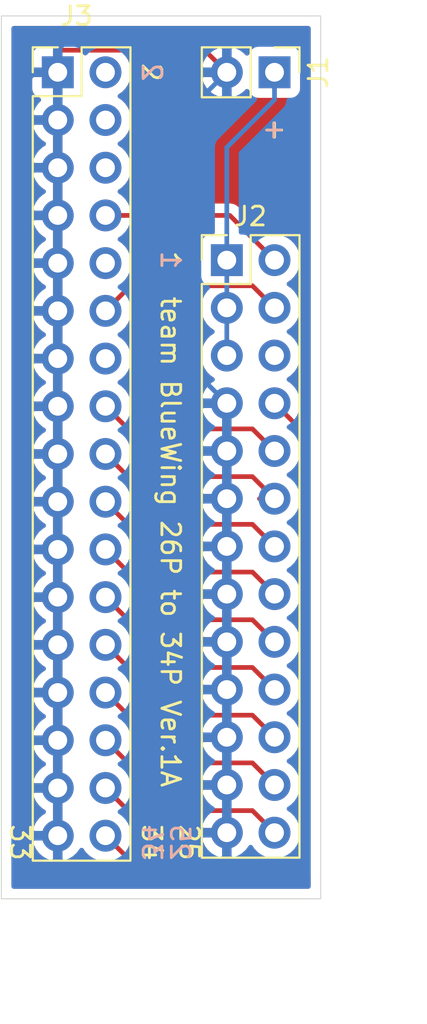
<source format=kicad_pcb>
(kicad_pcb (version 20171130) (host pcbnew "(5.1.5)-3")

  (general
    (thickness 1.6)
    (drawings 18)
    (tracks 60)
    (zones 0)
    (modules 3)
    (nets 21)
  )

  (page A4)
  (layers
    (0 F.Cu signal)
    (31 B.Cu signal)
    (32 B.Adhes user)
    (33 F.Adhes user)
    (34 B.Paste user)
    (35 F.Paste user)
    (36 B.SilkS user)
    (37 F.SilkS user)
    (38 B.Mask user)
    (39 F.Mask user)
    (40 Dwgs.User user)
    (41 Cmts.User user)
    (42 Eco1.User user)
    (43 Eco2.User user)
    (44 Edge.Cuts user)
    (45 Margin user)
    (46 B.CrtYd user)
    (47 F.CrtYd user)
    (48 B.Fab user)
    (49 F.Fab user)
  )

  (setup
    (last_trace_width 0.25)
    (user_trace_width 0.5)
    (trace_clearance 0.2)
    (zone_clearance 0.508)
    (zone_45_only no)
    (trace_min 0.2)
    (via_size 0.8)
    (via_drill 0.4)
    (via_min_size 0.4)
    (via_min_drill 0.3)
    (uvia_size 0.3)
    (uvia_drill 0.1)
    (uvias_allowed no)
    (uvia_min_size 0.2)
    (uvia_min_drill 0.1)
    (edge_width 0.05)
    (segment_width 0.2)
    (pcb_text_width 0.3)
    (pcb_text_size 1.5 1.5)
    (mod_edge_width 0.12)
    (mod_text_size 1 1)
    (mod_text_width 0.15)
    (pad_size 1.524 1.524)
    (pad_drill 0.762)
    (pad_to_mask_clearance 0.051)
    (solder_mask_min_width 0.25)
    (aux_axis_origin 104 65)
    (visible_elements 7FFFFFFF)
    (pcbplotparams
      (layerselection 0x010fc_ffffffff)
      (usegerberextensions true)
      (usegerberattributes false)
      (usegerberadvancedattributes false)
      (creategerberjobfile false)
      (excludeedgelayer true)
      (linewidth 0.100000)
      (plotframeref false)
      (viasonmask false)
      (mode 1)
      (useauxorigin false)
      (hpglpennumber 1)
      (hpglpenspeed 20)
      (hpglpendiameter 15.000000)
      (psnegative false)
      (psa4output false)
      (plotreference true)
      (plotvalue true)
      (plotinvisibletext false)
      (padsonsilk false)
      (subtractmaskfromsilk false)
      (outputformat 1)
      (mirror false)
      (drillshape 0)
      (scaleselection 1)
      (outputdirectory "./garber/"))
  )

  (net 0 "")
  (net 1 +5V)
  (net 2 Earth)
  (net 3 /sig1)
  (net 4 /sig2)
  (net 5 "Net-(J2-Pad6)")
  (net 6 /sig3)
  (net 7 /sig4)
  (net 8 /sig5)
  (net 9 /sig6)
  (net 10 /sig7)
  (net 11 /sig8)
  (net 12 /sig9)
  (net 13 /sig10)
  (net 14 /sig11)
  (net 15 /sig12)
  (net 16 "Net-(J3-Pad2)")
  (net 17 "Net-(J3-Pad4)")
  (net 18 "Net-(J3-Pad6)")
  (net 19 "Net-(J3-Pad10)")
  (net 20 "Net-(J3-Pad14)")

  (net_class Default "これはデフォルトのネット クラスです。"
    (clearance 0.2)
    (trace_width 0.25)
    (via_dia 0.8)
    (via_drill 0.4)
    (uvia_dia 0.3)
    (uvia_drill 0.1)
    (add_net +5V)
    (add_net /sig1)
    (add_net /sig10)
    (add_net /sig11)
    (add_net /sig12)
    (add_net /sig2)
    (add_net /sig3)
    (add_net /sig4)
    (add_net /sig5)
    (add_net /sig6)
    (add_net /sig7)
    (add_net /sig8)
    (add_net /sig9)
    (add_net Earth)
    (add_net "Net-(J2-Pad6)")
    (add_net "Net-(J3-Pad10)")
    (add_net "Net-(J3-Pad14)")
    (add_net "Net-(J3-Pad2)")
    (add_net "Net-(J3-Pad4)")
    (add_net "Net-(J3-Pad6)")
  )

  (module Connector_PinHeader_2.54mm:PinHeader_2x17_P2.54mm_Vertical (layer F.Cu) (tedit 59FED5CC) (tstamp 5EB2620E)
    (at 107 68)
    (descr "Through hole straight pin header, 2x17, 2.54mm pitch, double rows")
    (tags "Through hole pin header THT 2x17 2.54mm double row")
    (path /5EB1D930)
    (fp_text reference J3 (at 1 -3) (layer F.SilkS)
      (effects (font (size 1 1) (thickness 0.15)))
    )
    (fp_text value FDD_34P (at 1.27 42.97) (layer F.Fab)
      (effects (font (size 1 1) (thickness 0.15)))
    )
    (fp_line (start 0 -1.27) (end 3.81 -1.27) (layer F.Fab) (width 0.1))
    (fp_line (start 3.81 -1.27) (end 3.81 41.91) (layer F.Fab) (width 0.1))
    (fp_line (start 3.81 41.91) (end -1.27 41.91) (layer F.Fab) (width 0.1))
    (fp_line (start -1.27 41.91) (end -1.27 0) (layer F.Fab) (width 0.1))
    (fp_line (start -1.27 0) (end 0 -1.27) (layer F.Fab) (width 0.1))
    (fp_line (start -1.33 41.97) (end 3.87 41.97) (layer F.SilkS) (width 0.12))
    (fp_line (start -1.33 1.27) (end -1.33 41.97) (layer F.SilkS) (width 0.12))
    (fp_line (start 3.87 -1.33) (end 3.87 41.97) (layer F.SilkS) (width 0.12))
    (fp_line (start -1.33 1.27) (end 1.27 1.27) (layer F.SilkS) (width 0.12))
    (fp_line (start 1.27 1.27) (end 1.27 -1.33) (layer F.SilkS) (width 0.12))
    (fp_line (start 1.27 -1.33) (end 3.87 -1.33) (layer F.SilkS) (width 0.12))
    (fp_line (start -1.33 0) (end -1.33 -1.33) (layer F.SilkS) (width 0.12))
    (fp_line (start -1.33 -1.33) (end 0 -1.33) (layer F.SilkS) (width 0.12))
    (fp_line (start -1.8 -1.8) (end -1.8 42.45) (layer F.CrtYd) (width 0.05))
    (fp_line (start -1.8 42.45) (end 4.35 42.45) (layer F.CrtYd) (width 0.05))
    (fp_line (start 4.35 42.45) (end 4.35 -1.8) (layer F.CrtYd) (width 0.05))
    (fp_line (start 4.35 -1.8) (end -1.8 -1.8) (layer F.CrtYd) (width 0.05))
    (fp_text user %R (at 1.27 20.32 90) (layer F.Fab)
      (effects (font (size 1 1) (thickness 0.15)))
    )
    (pad 1 thru_hole rect (at 0 0) (size 1.7 1.7) (drill 1) (layers *.Cu *.Mask)
      (net 2 Earth))
    (pad 2 thru_hole oval (at 2.54 0) (size 1.7 1.7) (drill 1) (layers *.Cu *.Mask)
      (net 16 "Net-(J3-Pad2)"))
    (pad 3 thru_hole oval (at 0 2.54) (size 1.7 1.7) (drill 1) (layers *.Cu *.Mask)
      (net 2 Earth))
    (pad 4 thru_hole oval (at 2.54 2.54) (size 1.7 1.7) (drill 1) (layers *.Cu *.Mask)
      (net 17 "Net-(J3-Pad4)"))
    (pad 5 thru_hole oval (at 0 5.08) (size 1.7 1.7) (drill 1) (layers *.Cu *.Mask)
      (net 2 Earth))
    (pad 6 thru_hole oval (at 2.54 5.08) (size 1.7 1.7) (drill 1) (layers *.Cu *.Mask)
      (net 18 "Net-(J3-Pad6)"))
    (pad 7 thru_hole oval (at 0 7.62) (size 1.7 1.7) (drill 1) (layers *.Cu *.Mask)
      (net 2 Earth))
    (pad 8 thru_hole oval (at 2.54 7.62) (size 1.7 1.7) (drill 1) (layers *.Cu *.Mask)
      (net 3 /sig1))
    (pad 9 thru_hole oval (at 0 10.16) (size 1.7 1.7) (drill 1) (layers *.Cu *.Mask)
      (net 2 Earth))
    (pad 10 thru_hole oval (at 2.54 10.16) (size 1.7 1.7) (drill 1) (layers *.Cu *.Mask)
      (net 19 "Net-(J3-Pad10)"))
    (pad 11 thru_hole oval (at 0 12.7) (size 1.7 1.7) (drill 1) (layers *.Cu *.Mask)
      (net 2 Earth))
    (pad 12 thru_hole oval (at 2.54 12.7) (size 1.7 1.7) (drill 1) (layers *.Cu *.Mask)
      (net 4 /sig2))
    (pad 13 thru_hole oval (at 0 15.24) (size 1.7 1.7) (drill 1) (layers *.Cu *.Mask)
      (net 2 Earth))
    (pad 14 thru_hole oval (at 2.54 15.24) (size 1.7 1.7) (drill 1) (layers *.Cu *.Mask)
      (net 20 "Net-(J3-Pad14)"))
    (pad 15 thru_hole oval (at 0 17.78) (size 1.7 1.7) (drill 1) (layers *.Cu *.Mask)
      (net 2 Earth))
    (pad 16 thru_hole oval (at 2.54 17.78) (size 1.7 1.7) (drill 1) (layers *.Cu *.Mask)
      (net 7 /sig4))
    (pad 17 thru_hole oval (at 0 20.32) (size 1.7 1.7) (drill 1) (layers *.Cu *.Mask)
      (net 2 Earth))
    (pad 18 thru_hole oval (at 2.54 20.32) (size 1.7 1.7) (drill 1) (layers *.Cu *.Mask)
      (net 8 /sig5))
    (pad 19 thru_hole oval (at 0 22.86) (size 1.7 1.7) (drill 1) (layers *.Cu *.Mask)
      (net 2 Earth))
    (pad 20 thru_hole oval (at 2.54 22.86) (size 1.7 1.7) (drill 1) (layers *.Cu *.Mask)
      (net 9 /sig6))
    (pad 21 thru_hole oval (at 0 25.4) (size 1.7 1.7) (drill 1) (layers *.Cu *.Mask)
      (net 2 Earth))
    (pad 22 thru_hole oval (at 2.54 25.4) (size 1.7 1.7) (drill 1) (layers *.Cu *.Mask)
      (net 10 /sig7))
    (pad 23 thru_hole oval (at 0 27.94) (size 1.7 1.7) (drill 1) (layers *.Cu *.Mask)
      (net 2 Earth))
    (pad 24 thru_hole oval (at 2.54 27.94) (size 1.7 1.7) (drill 1) (layers *.Cu *.Mask)
      (net 11 /sig8))
    (pad 25 thru_hole oval (at 0 30.48) (size 1.7 1.7) (drill 1) (layers *.Cu *.Mask)
      (net 2 Earth))
    (pad 26 thru_hole oval (at 2.54 30.48) (size 1.7 1.7) (drill 1) (layers *.Cu *.Mask)
      (net 12 /sig9))
    (pad 27 thru_hole oval (at 0 33.02) (size 1.7 1.7) (drill 1) (layers *.Cu *.Mask)
      (net 2 Earth))
    (pad 28 thru_hole oval (at 2.54 33.02) (size 1.7 1.7) (drill 1) (layers *.Cu *.Mask)
      (net 13 /sig10))
    (pad 29 thru_hole oval (at 0 35.56) (size 1.7 1.7) (drill 1) (layers *.Cu *.Mask)
      (net 2 Earth))
    (pad 30 thru_hole oval (at 2.54 35.56) (size 1.7 1.7) (drill 1) (layers *.Cu *.Mask)
      (net 14 /sig11))
    (pad 31 thru_hole oval (at 0 38.1) (size 1.7 1.7) (drill 1) (layers *.Cu *.Mask)
      (net 2 Earth))
    (pad 32 thru_hole oval (at 2.54 38.1) (size 1.7 1.7) (drill 1) (layers *.Cu *.Mask)
      (net 15 /sig12))
    (pad 33 thru_hole oval (at 0 40.64) (size 1.7 1.7) (drill 1) (layers *.Cu *.Mask)
      (net 2 Earth))
    (pad 34 thru_hole oval (at 2.54 40.64) (size 1.7 1.7) (drill 1) (layers *.Cu *.Mask)
      (net 6 /sig3))
    (model ${KISYS3DMOD}/Connector_PinHeader_2.54mm.3dshapes/PinHeader_2x17_P2.54mm_Vertical.wrl
      (at (xyz 0 0 0))
      (scale (xyz 1 1 1))
      (rotate (xyz 0 0 0))
    )
  )

  (module Connector_PinHeader_2.54mm:PinHeader_1x02_P2.54mm_Vertical (layer F.Cu) (tedit 59FED5CC) (tstamp 5EB261A6)
    (at 118.54 68 270)
    (descr "Through hole straight pin header, 1x02, 2.54mm pitch, single row")
    (tags "Through hole pin header THT 1x02 2.54mm single row")
    (path /5EB43A78)
    (fp_text reference J1 (at 0 -2.33 90) (layer F.SilkS)
      (effects (font (size 1 1) (thickness 0.15)))
    )
    (fp_text value "5v power" (at 2.54 1.27) (layer F.Fab)
      (effects (font (size 1 1) (thickness 0.15)))
    )
    (fp_line (start -0.635 -1.27) (end 1.27 -1.27) (layer F.Fab) (width 0.1))
    (fp_line (start 1.27 -1.27) (end 1.27 3.81) (layer F.Fab) (width 0.1))
    (fp_line (start 1.27 3.81) (end -1.27 3.81) (layer F.Fab) (width 0.1))
    (fp_line (start -1.27 3.81) (end -1.27 -0.635) (layer F.Fab) (width 0.1))
    (fp_line (start -1.27 -0.635) (end -0.635 -1.27) (layer F.Fab) (width 0.1))
    (fp_line (start -1.33 3.87) (end 1.33 3.87) (layer F.SilkS) (width 0.12))
    (fp_line (start -1.33 1.27) (end -1.33 3.87) (layer F.SilkS) (width 0.12))
    (fp_line (start 1.33 1.27) (end 1.33 3.87) (layer F.SilkS) (width 0.12))
    (fp_line (start -1.33 1.27) (end 1.33 1.27) (layer F.SilkS) (width 0.12))
    (fp_line (start -1.33 0) (end -1.33 -1.33) (layer F.SilkS) (width 0.12))
    (fp_line (start -1.33 -1.33) (end 0 -1.33) (layer F.SilkS) (width 0.12))
    (fp_line (start -1.8 -1.8) (end -1.8 4.35) (layer F.CrtYd) (width 0.05))
    (fp_line (start -1.8 4.35) (end 1.8 4.35) (layer F.CrtYd) (width 0.05))
    (fp_line (start 1.8 4.35) (end 1.8 -1.8) (layer F.CrtYd) (width 0.05))
    (fp_line (start 1.8 -1.8) (end -1.8 -1.8) (layer F.CrtYd) (width 0.05))
    (fp_text user %R (at 0 1.27) (layer F.Fab)
      (effects (font (size 1 1) (thickness 0.15)))
    )
    (pad 1 thru_hole rect (at 0 0 270) (size 1.7 1.7) (drill 1) (layers *.Cu *.Mask)
      (net 1 +5V))
    (pad 2 thru_hole oval (at 0 2.54 270) (size 1.7 1.7) (drill 1) (layers *.Cu *.Mask)
      (net 2 Earth))
    (model ${KISYS3DMOD}/Connector_PinHeader_2.54mm.3dshapes/PinHeader_1x02_P2.54mm_Vertical.wrl
      (at (xyz 0 0 0))
      (scale (xyz 1 1 1))
      (rotate (xyz 0 0 0))
    )
  )

  (module Connector_PinHeader_2.54mm:PinHeader_2x13_P2.54mm_Vertical (layer F.Cu) (tedit 59FED5CC) (tstamp 5EB28F2A)
    (at 116 78)
    (descr "Through hole straight pin header, 2x13, 2.54mm pitch, double rows")
    (tags "Through hole pin header THT 2x13 2.54mm double row")
    (path /5EB14DBD)
    (fp_text reference J2 (at 1.27 -2.33) (layer F.SilkS)
      (effects (font (size 1 1) (thickness 0.15)))
    )
    (fp_text value FDD_26P (at 1.27 32.81) (layer F.Fab)
      (effects (font (size 1 1) (thickness 0.15)))
    )
    (fp_line (start 0 -1.27) (end 3.81 -1.27) (layer F.Fab) (width 0.1))
    (fp_line (start 3.81 -1.27) (end 3.81 31.75) (layer F.Fab) (width 0.1))
    (fp_line (start 3.81 31.75) (end -1.27 31.75) (layer F.Fab) (width 0.1))
    (fp_line (start -1.27 31.75) (end -1.27 0) (layer F.Fab) (width 0.1))
    (fp_line (start -1.27 0) (end 0 -1.27) (layer F.Fab) (width 0.1))
    (fp_line (start -1.33 31.81) (end 3.87 31.81) (layer F.SilkS) (width 0.12))
    (fp_line (start -1.33 1.27) (end -1.33 31.81) (layer F.SilkS) (width 0.12))
    (fp_line (start 3.87 -1.33) (end 3.87 31.81) (layer F.SilkS) (width 0.12))
    (fp_line (start -1.33 1.27) (end 1.27 1.27) (layer F.SilkS) (width 0.12))
    (fp_line (start 1.27 1.27) (end 1.27 -1.33) (layer F.SilkS) (width 0.12))
    (fp_line (start 1.27 -1.33) (end 3.87 -1.33) (layer F.SilkS) (width 0.12))
    (fp_line (start -1.33 0) (end -1.33 -1.33) (layer F.SilkS) (width 0.12))
    (fp_line (start -1.33 -1.33) (end 0 -1.33) (layer F.SilkS) (width 0.12))
    (fp_line (start -1.8 -1.8) (end -1.8 32.25) (layer F.CrtYd) (width 0.05))
    (fp_line (start -1.8 32.25) (end 4.35 32.25) (layer F.CrtYd) (width 0.05))
    (fp_line (start 4.35 32.25) (end 4.35 -1.8) (layer F.CrtYd) (width 0.05))
    (fp_line (start 4.35 -1.8) (end -1.8 -1.8) (layer F.CrtYd) (width 0.05))
    (fp_text user %R (at 1.27 15.24 90) (layer F.Fab)
      (effects (font (size 1 1) (thickness 0.15)))
    )
    (pad 1 thru_hole rect (at 0 0) (size 1.7 1.7) (drill 1) (layers *.Cu *.Mask)
      (net 1 +5V))
    (pad 2 thru_hole oval (at 2.54 0) (size 1.7 1.7) (drill 1) (layers *.Cu *.Mask)
      (net 3 /sig1))
    (pad 3 thru_hole oval (at 0 2.54) (size 1.7 1.7) (drill 1) (layers *.Cu *.Mask)
      (net 1 +5V))
    (pad 4 thru_hole oval (at 2.54 2.54) (size 1.7 1.7) (drill 1) (layers *.Cu *.Mask)
      (net 4 /sig2))
    (pad 5 thru_hole oval (at 0 5.08) (size 1.7 1.7) (drill 1) (layers *.Cu *.Mask)
      (net 1 +5V))
    (pad 6 thru_hole oval (at 2.54 5.08) (size 1.7 1.7) (drill 1) (layers *.Cu *.Mask)
      (net 5 "Net-(J2-Pad6)"))
    (pad 7 thru_hole oval (at 0 7.62) (size 1.7 1.7) (drill 1) (layers *.Cu *.Mask)
      (net 2 Earth))
    (pad 8 thru_hole oval (at 2.54 7.62) (size 1.7 1.7) (drill 1) (layers *.Cu *.Mask)
      (net 6 /sig3))
    (pad 9 thru_hole oval (at 0 10.16) (size 1.7 1.7) (drill 1) (layers *.Cu *.Mask)
      (net 2 Earth))
    (pad 10 thru_hole oval (at 2.54 10.16) (size 1.7 1.7) (drill 1) (layers *.Cu *.Mask)
      (net 7 /sig4))
    (pad 11 thru_hole oval (at 0 12.7) (size 1.7 1.7) (drill 1) (layers *.Cu *.Mask)
      (net 2 Earth))
    (pad 12 thru_hole oval (at 2.54 12.7) (size 1.7 1.7) (drill 1) (layers *.Cu *.Mask)
      (net 8 /sig5))
    (pad 13 thru_hole oval (at 0 15.24) (size 1.7 1.7) (drill 1) (layers *.Cu *.Mask)
      (net 2 Earth))
    (pad 14 thru_hole oval (at 2.54 15.24) (size 1.7 1.7) (drill 1) (layers *.Cu *.Mask)
      (net 9 /sig6))
    (pad 15 thru_hole oval (at 0 17.78) (size 1.7 1.7) (drill 1) (layers *.Cu *.Mask)
      (net 2 Earth))
    (pad 16 thru_hole oval (at 2.54 17.78) (size 1.7 1.7) (drill 1) (layers *.Cu *.Mask)
      (net 10 /sig7))
    (pad 17 thru_hole oval (at 0 20.32) (size 1.7 1.7) (drill 1) (layers *.Cu *.Mask)
      (net 2 Earth))
    (pad 18 thru_hole oval (at 2.54 20.32) (size 1.7 1.7) (drill 1) (layers *.Cu *.Mask)
      (net 11 /sig8))
    (pad 19 thru_hole oval (at 0 22.86) (size 1.7 1.7) (drill 1) (layers *.Cu *.Mask)
      (net 2 Earth))
    (pad 20 thru_hole oval (at 2.54 22.86) (size 1.7 1.7) (drill 1) (layers *.Cu *.Mask)
      (net 12 /sig9))
    (pad 21 thru_hole oval (at 0 25.4) (size 1.7 1.7) (drill 1) (layers *.Cu *.Mask)
      (net 2 Earth))
    (pad 22 thru_hole oval (at 2.54 25.4) (size 1.7 1.7) (drill 1) (layers *.Cu *.Mask)
      (net 13 /sig10))
    (pad 23 thru_hole oval (at 0 27.94) (size 1.7 1.7) (drill 1) (layers *.Cu *.Mask)
      (net 2 Earth))
    (pad 24 thru_hole oval (at 2.54 27.94) (size 1.7 1.7) (drill 1) (layers *.Cu *.Mask)
      (net 14 /sig11))
    (pad 25 thru_hole oval (at 0 30.48) (size 1.7 1.7) (drill 1) (layers *.Cu *.Mask)
      (net 2 Earth))
    (pad 26 thru_hole oval (at 2.54 30.48) (size 1.7 1.7) (drill 1) (layers *.Cu *.Mask)
      (net 15 /sig12))
    (model ${KISYS3DMOD}/Connector_PinHeader_2.54mm.3dshapes/PinHeader_2x13_P2.54mm_Vertical.wrl
      (at (xyz 0 0 0))
      (scale (xyz 1 1 1))
      (rotate (xyz 0 0 0))
    )
  )

  (gr_text + (at 118.5 71) (layer B.SilkS)
    (effects (font (size 1 1) (thickness 0.15)) (justify mirror))
  )
  (gr_text 1 (at 113 78 -90) (layer B.SilkS) (tstamp 5ED22A3A)
    (effects (font (size 1 1) (thickness 0.15)) (justify mirror))
  )
  (gr_text 25 (at 113.5 109 -90) (layer B.SilkS) (tstamp 5ED22A3A)
    (effects (font (size 1 1) (thickness 0.15)) (justify mirror))
  )
  (gr_text 34 (at 112 109 -90) (layer B.SilkS)
    (effects (font (size 1 1) (thickness 0.15)) (justify mirror))
  )
  (gr_text 2 (at 112 68 -90) (layer B.SilkS)
    (effects (font (size 1 1) (thickness 0.15)) (justify mirror))
  )
  (dimension 17 (width 0.15) (layer Dwgs.User)
    (gr_text "17.000 mm" (at 112.5 119.3) (layer Dwgs.User)
      (effects (font (size 1 1) (thickness 0.15)))
    )
    (feature1 (pts (xy 104 112) (xy 104 118.586421)))
    (feature2 (pts (xy 121 112) (xy 121 118.586421)))
    (crossbar (pts (xy 121 118) (xy 104 118)))
    (arrow1a (pts (xy 104 118) (xy 105.126504 117.413579)))
    (arrow1b (pts (xy 104 118) (xy 105.126504 118.586421)))
    (arrow2a (pts (xy 121 118) (xy 119.873496 117.413579)))
    (arrow2b (pts (xy 121 118) (xy 119.873496 118.586421)))
  )
  (dimension 47 (width 0.15) (layer Dwgs.User)
    (gr_text "47.000 mm" (at 125.3 88.5 270) (layer Dwgs.User)
      (effects (font (size 1 1) (thickness 0.15)))
    )
    (feature1 (pts (xy 121 112) (xy 124.586421 112)))
    (feature2 (pts (xy 121 65) (xy 124.586421 65)))
    (crossbar (pts (xy 124 65) (xy 124 112)))
    (arrow1a (pts (xy 124 112) (xy 123.413579 110.873496)))
    (arrow1b (pts (xy 124 112) (xy 124.586421 110.873496)))
    (arrow2a (pts (xy 124 65) (xy 123.413579 66.126504)))
    (arrow2b (pts (xy 124 65) (xy 124.586421 66.126504)))
  )
  (gr_line (start 121 65) (end 104 65) (layer Edge.Cuts) (width 0.05) (tstamp 5ED21E6E))
  (gr_line (start 121 112) (end 121 65) (layer Edge.Cuts) (width 0.05))
  (gr_line (start 104 112) (end 121 112) (layer Edge.Cuts) (width 0.05))
  (gr_line (start 104 65) (end 104 112) (layer Edge.Cuts) (width 0.05))
  (gr_text 25 (at 114 109 -90) (layer F.SilkS) (tstamp 5ED174CF)
    (effects (font (size 1 1) (thickness 0.15)))
  )
  (gr_text "34\n" (at 112 109 -90) (layer F.SilkS) (tstamp 5ED174CF)
    (effects (font (size 1 1) (thickness 0.15)))
  )
  (gr_text "team BlueWing 26P to 34P Ver.1A" (at 113 93 -90) (layer F.SilkS)
    (effects (font (size 1 1) (thickness 0.15)))
  )
  (gr_text + (at 118.54 71) (layer F.SilkS)
    (effects (font (size 1 1) (thickness 0.15)))
  )
  (gr_text 33 (at 105 109 -90) (layer F.SilkS)
    (effects (font (size 1 1) (thickness 0.15)))
  )
  (gr_text 2 (at 112 68 -90) (layer F.SilkS) (tstamp 5EB76A0D)
    (effects (font (size 1 1) (thickness 0.15)))
  )
  (gr_text 1 (at 113 78 -90) (layer F.SilkS) (tstamp 5EB290A3)
    (effects (font (size 1 1) (thickness 0.15)))
  )

  (segment (start 118.54 68) (end 118.54 69.46) (width 0.25) (layer B.Cu) (net 1))
  (segment (start 116 72) (end 116 83.08) (width 0.25) (layer B.Cu) (net 1))
  (segment (start 118.54 69.46) (end 116 72) (width 0.25) (layer B.Cu) (net 1))
  (segment (start 116 85.62) (end 116 108.48) (width 0.25) (layer B.Cu) (net 2))
  (segment (start 116 85.62) (end 113.38 83) (width 0.25) (layer B.Cu) (net 2))
  (segment (start 113.38 70.62) (end 116 68) (width 0.25) (layer B.Cu) (net 2))
  (segment (start 113.38 83) (end 113.38 70.62) (width 0.25) (layer B.Cu) (net 2))
  (segment (start 107 68) (end 107 108.64) (width 0.25) (layer F.Cu) (net 2))
  (segment (start 107.075001 66.824999) (end 114.824999 66.824999) (width 0.25) (layer F.Cu) (net 2))
  (segment (start 114.824999 66.824999) (end 115.150001 67.150001) (width 0.25) (layer F.Cu) (net 2))
  (segment (start 107 66.9) (end 107.075001 66.824999) (width 0.25) (layer F.Cu) (net 2))
  (segment (start 115.150001 67.150001) (end 116 68) (width 0.25) (layer F.Cu) (net 2))
  (segment (start 107 68) (end 107 66.9) (width 0.25) (layer F.Cu) (net 2))
  (segment (start 116.16 75.62) (end 109.54 75.62) (width 0.25) (layer F.Cu) (net 3))
  (segment (start 118.54 78) (end 116.16 75.62) (width 0.25) (layer F.Cu) (net 3))
  (segment (start 110.389999 79.850001) (end 109.54 80.7) (width 0.25) (layer F.Cu) (net 4))
  (segment (start 110.875001 79.364999) (end 110.389999 79.850001) (width 0.25) (layer F.Cu) (net 4))
  (segment (start 117.364999 79.364999) (end 110.875001 79.364999) (width 0.25) (layer F.Cu) (net 4))
  (segment (start 118.54 80.54) (end 117.364999 79.364999) (width 0.25) (layer F.Cu) (net 4))
  (segment (start 110.9 110) (end 109.54 108.64) (width 0.25) (layer F.Cu) (net 6))
  (segment (start 120 110) (end 110.9 110) (width 0.25) (layer F.Cu) (net 6))
  (segment (start 118.54 85.62) (end 120 87.08) (width 0.25) (layer F.Cu) (net 6))
  (segment (start 120 87.08) (end 120 110) (width 0.25) (layer F.Cu) (net 6))
  (segment (start 110.389999 86.629999) (end 109.54 85.78) (width 0.25) (layer F.Cu) (net 7))
  (segment (start 110.744999 86.984999) (end 110.389999 86.629999) (width 0.25) (layer F.Cu) (net 7))
  (segment (start 117.364999 86.984999) (end 110.744999 86.984999) (width 0.25) (layer F.Cu) (net 7))
  (segment (start 118.54 88.16) (end 117.364999 86.984999) (width 0.25) (layer F.Cu) (net 7))
  (segment (start 118.54 90.7) (end 117.739002 90.7) (width 0.25) (layer F.Cu) (net 8))
  (segment (start 110.744999 89.524999) (end 110.389999 89.169999) (width 0.25) (layer F.Cu) (net 8))
  (segment (start 117.364999 89.524999) (end 110.744999 89.524999) (width 0.25) (layer F.Cu) (net 8))
  (segment (start 110.389999 89.169999) (end 109.54 88.32) (width 0.25) (layer F.Cu) (net 8))
  (segment (start 118.54 90.7) (end 117.364999 89.524999) (width 0.25) (layer F.Cu) (net 8))
  (segment (start 110.389999 91.709999) (end 109.54 90.86) (width 0.25) (layer F.Cu) (net 9))
  (segment (start 110.744999 92.064999) (end 110.389999 91.709999) (width 0.25) (layer F.Cu) (net 9))
  (segment (start 117.364999 92.064999) (end 110.744999 92.064999) (width 0.25) (layer F.Cu) (net 9))
  (segment (start 118.54 93.24) (end 117.364999 92.064999) (width 0.25) (layer F.Cu) (net 9))
  (segment (start 110.389999 94.249999) (end 109.54 93.4) (width 0.25) (layer F.Cu) (net 10))
  (segment (start 110.744999 94.604999) (end 110.389999 94.249999) (width 0.25) (layer F.Cu) (net 10))
  (segment (start 117.364999 94.604999) (end 110.744999 94.604999) (width 0.25) (layer F.Cu) (net 10))
  (segment (start 118.54 95.78) (end 117.364999 94.604999) (width 0.25) (layer F.Cu) (net 10))
  (segment (start 110.744999 97.144999) (end 110.389999 96.789999) (width 0.25) (layer F.Cu) (net 11))
  (segment (start 110.389999 96.789999) (end 109.54 95.94) (width 0.25) (layer F.Cu) (net 11))
  (segment (start 117.364999 97.144999) (end 110.744999 97.144999) (width 0.25) (layer F.Cu) (net 11))
  (segment (start 118.54 98.32) (end 117.364999 97.144999) (width 0.25) (layer F.Cu) (net 11))
  (segment (start 110.389999 99.329999) (end 109.54 98.48) (width 0.25) (layer F.Cu) (net 12))
  (segment (start 110.744999 99.684999) (end 110.389999 99.329999) (width 0.25) (layer F.Cu) (net 12))
  (segment (start 117.364999 99.684999) (end 110.744999 99.684999) (width 0.25) (layer F.Cu) (net 12))
  (segment (start 118.54 100.86) (end 117.364999 99.684999) (width 0.25) (layer F.Cu) (net 12))
  (segment (start 110.744999 102.224999) (end 110.389999 101.869999) (width 0.25) (layer F.Cu) (net 13))
  (segment (start 117.364999 102.224999) (end 110.744999 102.224999) (width 0.25) (layer F.Cu) (net 13))
  (segment (start 110.389999 101.869999) (end 109.54 101.02) (width 0.25) (layer F.Cu) (net 13))
  (segment (start 118.54 103.4) (end 117.364999 102.224999) (width 0.25) (layer F.Cu) (net 13))
  (segment (start 110.744999 104.764999) (end 110.389999 104.409999) (width 0.25) (layer F.Cu) (net 14))
  (segment (start 117.364999 104.764999) (end 110.744999 104.764999) (width 0.25) (layer F.Cu) (net 14))
  (segment (start 110.389999 104.409999) (end 109.54 103.56) (width 0.25) (layer F.Cu) (net 14))
  (segment (start 118.54 105.94) (end 117.364999 104.764999) (width 0.25) (layer F.Cu) (net 14))
  (segment (start 110.389999 106.949999) (end 109.54 106.1) (width 0.25) (layer F.Cu) (net 15))
  (segment (start 110.744999 107.304999) (end 110.389999 106.949999) (width 0.25) (layer F.Cu) (net 15))
  (segment (start 117.364999 107.304999) (end 110.744999 107.304999) (width 0.25) (layer F.Cu) (net 15))
  (segment (start 118.54 108.48) (end 117.364999 107.304999) (width 0.25) (layer F.Cu) (net 15))

  (zone (net 2) (net_name Earth) (layer F.Cu) (tstamp 0) (hatch edge 0.508)
    (connect_pads (clearance 0.508))
    (min_thickness 0.254)
    (fill yes (arc_segments 32) (thermal_gap 0.508) (thermal_bridge_width 0.508))
    (polygon
      (pts
        (xy 121 112) (xy 104 112) (xy 104 65) (xy 121 65)
      )
    )
    (filled_polygon
      (pts
        (xy 120.340001 86.345199) (xy 119.98121 85.986408) (xy 120.025 85.76626) (xy 120.025 85.47374) (xy 119.967932 85.186842)
        (xy 119.85599 84.916589) (xy 119.693475 84.673368) (xy 119.486632 84.466525) (xy 119.31224 84.35) (xy 119.486632 84.233475)
        (xy 119.693475 84.026632) (xy 119.85599 83.783411) (xy 119.967932 83.513158) (xy 120.025 83.22626) (xy 120.025 82.93374)
        (xy 119.967932 82.646842) (xy 119.85599 82.376589) (xy 119.693475 82.133368) (xy 119.486632 81.926525) (xy 119.31224 81.81)
        (xy 119.486632 81.693475) (xy 119.693475 81.486632) (xy 119.85599 81.243411) (xy 119.967932 80.973158) (xy 120.025 80.68626)
        (xy 120.025 80.39374) (xy 119.967932 80.106842) (xy 119.85599 79.836589) (xy 119.693475 79.593368) (xy 119.486632 79.386525)
        (xy 119.31224 79.27) (xy 119.486632 79.153475) (xy 119.693475 78.946632) (xy 119.85599 78.703411) (xy 119.967932 78.433158)
        (xy 120.025 78.14626) (xy 120.025 77.85374) (xy 119.967932 77.566842) (xy 119.85599 77.296589) (xy 119.693475 77.053368)
        (xy 119.486632 76.846525) (xy 119.243411 76.68401) (xy 118.973158 76.572068) (xy 118.68626 76.515) (xy 118.39374 76.515)
        (xy 118.173592 76.55879) (xy 116.723804 75.109003) (xy 116.700001 75.079999) (xy 116.584276 74.985026) (xy 116.452247 74.914454)
        (xy 116.308986 74.870997) (xy 116.197333 74.86) (xy 116.197322 74.86) (xy 116.16 74.856324) (xy 116.122678 74.86)
        (xy 110.818178 74.86) (xy 110.693475 74.673368) (xy 110.486632 74.466525) (xy 110.31224 74.35) (xy 110.486632 74.233475)
        (xy 110.693475 74.026632) (xy 110.85599 73.783411) (xy 110.967932 73.513158) (xy 111.025 73.22626) (xy 111.025 72.93374)
        (xy 110.967932 72.646842) (xy 110.85599 72.376589) (xy 110.693475 72.133368) (xy 110.486632 71.926525) (xy 110.31224 71.81)
        (xy 110.486632 71.693475) (xy 110.693475 71.486632) (xy 110.85599 71.243411) (xy 110.967932 70.973158) (xy 111.025 70.68626)
        (xy 111.025 70.39374) (xy 110.967932 70.106842) (xy 110.85599 69.836589) (xy 110.693475 69.593368) (xy 110.486632 69.386525)
        (xy 110.31224 69.27) (xy 110.486632 69.153475) (xy 110.693475 68.946632) (xy 110.85599 68.703411) (xy 110.967932 68.433158)
        (xy 110.983102 68.356891) (xy 114.558519 68.356891) (xy 114.655843 68.631252) (xy 114.804822 68.881355) (xy 114.999731 69.097588)
        (xy 115.23308 69.271641) (xy 115.495901 69.396825) (xy 115.64311 69.441476) (xy 115.873 69.320155) (xy 115.873 68.127)
        (xy 114.679186 68.127) (xy 114.558519 68.356891) (xy 110.983102 68.356891) (xy 111.025 68.14626) (xy 111.025 67.85374)
        (xy 110.983103 67.643109) (xy 114.558519 67.643109) (xy 114.679186 67.873) (xy 115.873 67.873) (xy 115.873 66.679845)
        (xy 116.127 66.679845) (xy 116.127 67.873) (xy 116.147 67.873) (xy 116.147 68.127) (xy 116.127 68.127)
        (xy 116.127 69.320155) (xy 116.35689 69.441476) (xy 116.504099 69.396825) (xy 116.76692 69.271641) (xy 117.000269 69.097588)
        (xy 117.076034 69.013534) (xy 117.100498 69.09418) (xy 117.159463 69.204494) (xy 117.238815 69.301185) (xy 117.335506 69.380537)
        (xy 117.44582 69.439502) (xy 117.565518 69.475812) (xy 117.69 69.488072) (xy 119.39 69.488072) (xy 119.514482 69.475812)
        (xy 119.63418 69.439502) (xy 119.744494 69.380537) (xy 119.841185 69.301185) (xy 119.920537 69.204494) (xy 119.979502 69.09418)
        (xy 120.015812 68.974482) (xy 120.028072 68.85) (xy 120.028072 67.15) (xy 120.015812 67.025518) (xy 119.979502 66.90582)
        (xy 119.920537 66.795506) (xy 119.841185 66.698815) (xy 119.744494 66.619463) (xy 119.63418 66.560498) (xy 119.514482 66.524188)
        (xy 119.39 66.511928) (xy 117.69 66.511928) (xy 117.565518 66.524188) (xy 117.44582 66.560498) (xy 117.335506 66.619463)
        (xy 117.238815 66.698815) (xy 117.159463 66.795506) (xy 117.100498 66.90582) (xy 117.076034 66.986466) (xy 117.000269 66.902412)
        (xy 116.76692 66.728359) (xy 116.504099 66.603175) (xy 116.35689 66.558524) (xy 116.127 66.679845) (xy 115.873 66.679845)
        (xy 115.64311 66.558524) (xy 115.495901 66.603175) (xy 115.23308 66.728359) (xy 114.999731 66.902412) (xy 114.804822 67.118645)
        (xy 114.655843 67.368748) (xy 114.558519 67.643109) (xy 110.983103 67.643109) (xy 110.967932 67.566842) (xy 110.85599 67.296589)
        (xy 110.693475 67.053368) (xy 110.486632 66.846525) (xy 110.243411 66.68401) (xy 109.973158 66.572068) (xy 109.68626 66.515)
        (xy 109.39374 66.515) (xy 109.106842 66.572068) (xy 108.836589 66.68401) (xy 108.593368 66.846525) (xy 108.461513 66.97838)
        (xy 108.439502 66.90582) (xy 108.380537 66.795506) (xy 108.301185 66.698815) (xy 108.204494 66.619463) (xy 108.09418 66.560498)
        (xy 107.974482 66.524188) (xy 107.85 66.511928) (xy 107.28575 66.515) (xy 107.127 66.67375) (xy 107.127 67.873)
        (xy 107.147 67.873) (xy 107.147 68.127) (xy 107.127 68.127) (xy 107.127 70.413) (xy 107.147 70.413)
        (xy 107.147 70.667) (xy 107.127 70.667) (xy 107.127 72.953) (xy 107.147 72.953) (xy 107.147 73.207)
        (xy 107.127 73.207) (xy 107.127 75.493) (xy 107.147 75.493) (xy 107.147 75.747) (xy 107.127 75.747)
        (xy 107.127 78.033) (xy 107.147 78.033) (xy 107.147 78.287) (xy 107.127 78.287) (xy 107.127 80.573)
        (xy 107.147 80.573) (xy 107.147 80.827) (xy 107.127 80.827) (xy 107.127 83.113) (xy 107.147 83.113)
        (xy 107.147 83.367) (xy 107.127 83.367) (xy 107.127 85.653) (xy 107.147 85.653) (xy 107.147 85.907)
        (xy 107.127 85.907) (xy 107.127 88.193) (xy 107.147 88.193) (xy 107.147 88.447) (xy 107.127 88.447)
        (xy 107.127 90.733) (xy 107.147 90.733) (xy 107.147 90.987) (xy 107.127 90.987) (xy 107.127 93.273)
        (xy 107.147 93.273) (xy 107.147 93.527) (xy 107.127 93.527) (xy 107.127 95.813) (xy 107.147 95.813)
        (xy 107.147 96.067) (xy 107.127 96.067) (xy 107.127 98.353) (xy 107.147 98.353) (xy 107.147 98.607)
        (xy 107.127 98.607) (xy 107.127 100.893) (xy 107.147 100.893) (xy 107.147 101.147) (xy 107.127 101.147)
        (xy 107.127 103.433) (xy 107.147 103.433) (xy 107.147 103.687) (xy 107.127 103.687) (xy 107.127 105.973)
        (xy 107.147 105.973) (xy 107.147 106.227) (xy 107.127 106.227) (xy 107.127 108.513) (xy 107.147 108.513)
        (xy 107.147 108.767) (xy 107.127 108.767) (xy 107.127 109.960814) (xy 107.356891 110.081481) (xy 107.631252 109.984157)
        (xy 107.881355 109.835178) (xy 108.097588 109.640269) (xy 108.2689 109.410594) (xy 108.386525 109.586632) (xy 108.593368 109.793475)
        (xy 108.836589 109.95599) (xy 109.106842 110.067932) (xy 109.39374 110.125) (xy 109.68626 110.125) (xy 109.906407 110.08121)
        (xy 110.336205 110.511008) (xy 110.359999 110.540001) (xy 110.388992 110.563795) (xy 110.388996 110.563799) (xy 110.459685 110.621811)
        (xy 110.475724 110.634974) (xy 110.607753 110.705546) (xy 110.751014 110.749003) (xy 110.862667 110.76) (xy 110.862676 110.76)
        (xy 110.899999 110.763676) (xy 110.937322 110.76) (xy 119.962667 110.76) (xy 120 110.763677) (xy 120.148986 110.749003)
        (xy 120.292247 110.705546) (xy 120.34 110.680021) (xy 120.34 111.34) (xy 104.66 111.34) (xy 104.66 108.99689)
        (xy 105.558524 108.99689) (xy 105.603175 109.144099) (xy 105.728359 109.40692) (xy 105.902412 109.640269) (xy 106.118645 109.835178)
        (xy 106.368748 109.984157) (xy 106.643109 110.081481) (xy 106.873 109.960814) (xy 106.873 108.767) (xy 105.679845 108.767)
        (xy 105.558524 108.99689) (xy 104.66 108.99689) (xy 104.66 106.45689) (xy 105.558524 106.45689) (xy 105.603175 106.604099)
        (xy 105.728359 106.86692) (xy 105.902412 107.100269) (xy 106.118645 107.295178) (xy 106.244255 107.37) (xy 106.118645 107.444822)
        (xy 105.902412 107.639731) (xy 105.728359 107.87308) (xy 105.603175 108.135901) (xy 105.558524 108.28311) (xy 105.679845 108.513)
        (xy 106.873 108.513) (xy 106.873 106.227) (xy 105.679845 106.227) (xy 105.558524 106.45689) (xy 104.66 106.45689)
        (xy 104.66 103.91689) (xy 105.558524 103.91689) (xy 105.603175 104.064099) (xy 105.728359 104.32692) (xy 105.902412 104.560269)
        (xy 106.118645 104.755178) (xy 106.244255 104.83) (xy 106.118645 104.904822) (xy 105.902412 105.099731) (xy 105.728359 105.33308)
        (xy 105.603175 105.595901) (xy 105.558524 105.74311) (xy 105.679845 105.973) (xy 106.873 105.973) (xy 106.873 103.687)
        (xy 105.679845 103.687) (xy 105.558524 103.91689) (xy 104.66 103.91689) (xy 104.66 101.37689) (xy 105.558524 101.37689)
        (xy 105.603175 101.524099) (xy 105.728359 101.78692) (xy 105.902412 102.020269) (xy 106.118645 102.215178) (xy 106.244255 102.29)
        (xy 106.118645 102.364822) (xy 105.902412 102.559731) (xy 105.728359 102.79308) (xy 105.603175 103.055901) (xy 105.558524 103.20311)
        (xy 105.679845 103.433) (xy 106.873 103.433) (xy 106.873 101.147) (xy 105.679845 101.147) (xy 105.558524 101.37689)
        (xy 104.66 101.37689) (xy 104.66 98.83689) (xy 105.558524 98.83689) (xy 105.603175 98.984099) (xy 105.728359 99.24692)
        (xy 105.902412 99.480269) (xy 106.118645 99.675178) (xy 106.244255 99.75) (xy 106.118645 99.824822) (xy 105.902412 100.019731)
        (xy 105.728359 100.25308) (xy 105.603175 100.515901) (xy 105.558524 100.66311) (xy 105.679845 100.893) (xy 106.873 100.893)
        (xy 106.873 98.607) (xy 105.679845 98.607) (xy 105.558524 98.83689) (xy 104.66 98.83689) (xy 104.66 96.29689)
        (xy 105.558524 96.29689) (xy 105.603175 96.444099) (xy 105.728359 96.70692) (xy 105.902412 96.940269) (xy 106.118645 97.135178)
        (xy 106.244255 97.21) (xy 106.118645 97.284822) (xy 105.902412 97.479731) (xy 105.728359 97.71308) (xy 105.603175 97.975901)
        (xy 105.558524 98.12311) (xy 105.679845 98.353) (xy 106.873 98.353) (xy 106.873 96.067) (xy 105.679845 96.067)
        (xy 105.558524 96.29689) (xy 104.66 96.29689) (xy 104.66 93.75689) (xy 105.558524 93.75689) (xy 105.603175 93.904099)
        (xy 105.728359 94.16692) (xy 105.902412 94.400269) (xy 106.118645 94.595178) (xy 106.244255 94.67) (xy 106.118645 94.744822)
        (xy 105.902412 94.939731) (xy 105.728359 95.17308) (xy 105.603175 95.435901) (xy 105.558524 95.58311) (xy 105.679845 95.813)
        (xy 106.873 95.813) (xy 106.873 93.527) (xy 105.679845 93.527) (xy 105.558524 93.75689) (xy 104.66 93.75689)
        (xy 104.66 91.21689) (xy 105.558524 91.21689) (xy 105.603175 91.364099) (xy 105.728359 91.62692) (xy 105.902412 91.860269)
        (xy 106.118645 92.055178) (xy 106.244255 92.13) (xy 106.118645 92.204822) (xy 105.902412 92.399731) (xy 105.728359 92.63308)
        (xy 105.603175 92.895901) (xy 105.558524 93.04311) (xy 105.679845 93.273) (xy 106.873 93.273) (xy 106.873 90.987)
        (xy 105.679845 90.987) (xy 105.558524 91.21689) (xy 104.66 91.21689) (xy 104.66 88.67689) (xy 105.558524 88.67689)
        (xy 105.603175 88.824099) (xy 105.728359 89.08692) (xy 105.902412 89.320269) (xy 106.118645 89.515178) (xy 106.244255 89.59)
        (xy 106.118645 89.664822) (xy 105.902412 89.859731) (xy 105.728359 90.09308) (xy 105.603175 90.355901) (xy 105.558524 90.50311)
        (xy 105.679845 90.733) (xy 106.873 90.733) (xy 106.873 88.447) (xy 105.679845 88.447) (xy 105.558524 88.67689)
        (xy 104.66 88.67689) (xy 104.66 86.13689) (xy 105.558524 86.13689) (xy 105.603175 86.284099) (xy 105.728359 86.54692)
        (xy 105.902412 86.780269) (xy 106.118645 86.975178) (xy 106.244255 87.05) (xy 106.118645 87.124822) (xy 105.902412 87.319731)
        (xy 105.728359 87.55308) (xy 105.603175 87.815901) (xy 105.558524 87.96311) (xy 105.679845 88.193) (xy 106.873 88.193)
        (xy 106.873 85.907) (xy 105.679845 85.907) (xy 105.558524 86.13689) (xy 104.66 86.13689) (xy 104.66 83.59689)
        (xy 105.558524 83.59689) (xy 105.603175 83.744099) (xy 105.728359 84.00692) (xy 105.902412 84.240269) (xy 106.118645 84.435178)
        (xy 106.244255 84.51) (xy 106.118645 84.584822) (xy 105.902412 84.779731) (xy 105.728359 85.01308) (xy 105.603175 85.275901)
        (xy 105.558524 85.42311) (xy 105.679845 85.653) (xy 106.873 85.653) (xy 106.873 83.367) (xy 105.679845 83.367)
        (xy 105.558524 83.59689) (xy 104.66 83.59689) (xy 104.66 81.05689) (xy 105.558524 81.05689) (xy 105.603175 81.204099)
        (xy 105.728359 81.46692) (xy 105.902412 81.700269) (xy 106.118645 81.895178) (xy 106.244255 81.97) (xy 106.118645 82.044822)
        (xy 105.902412 82.239731) (xy 105.728359 82.47308) (xy 105.603175 82.735901) (xy 105.558524 82.88311) (xy 105.679845 83.113)
        (xy 106.873 83.113) (xy 106.873 80.827) (xy 105.679845 80.827) (xy 105.558524 81.05689) (xy 104.66 81.05689)
        (xy 104.66 78.51689) (xy 105.558524 78.51689) (xy 105.603175 78.664099) (xy 105.728359 78.92692) (xy 105.902412 79.160269)
        (xy 106.118645 79.355178) (xy 106.244255 79.43) (xy 106.118645 79.504822) (xy 105.902412 79.699731) (xy 105.728359 79.93308)
        (xy 105.603175 80.195901) (xy 105.558524 80.34311) (xy 105.679845 80.573) (xy 106.873 80.573) (xy 106.873 78.287)
        (xy 105.679845 78.287) (xy 105.558524 78.51689) (xy 104.66 78.51689) (xy 104.66 75.97689) (xy 105.558524 75.97689)
        (xy 105.603175 76.124099) (xy 105.728359 76.38692) (xy 105.902412 76.620269) (xy 106.118645 76.815178) (xy 106.244255 76.89)
        (xy 106.118645 76.964822) (xy 105.902412 77.159731) (xy 105.728359 77.39308) (xy 105.603175 77.655901) (xy 105.558524 77.80311)
        (xy 105.679845 78.033) (xy 106.873 78.033) (xy 106.873 75.747) (xy 105.679845 75.747) (xy 105.558524 75.97689)
        (xy 104.66 75.97689) (xy 104.66 73.43689) (xy 105.558524 73.43689) (xy 105.603175 73.584099) (xy 105.728359 73.84692)
        (xy 105.902412 74.080269) (xy 106.118645 74.275178) (xy 106.244255 74.35) (xy 106.118645 74.424822) (xy 105.902412 74.619731)
        (xy 105.728359 74.85308) (xy 105.603175 75.115901) (xy 105.558524 75.26311) (xy 105.679845 75.493) (xy 106.873 75.493)
        (xy 106.873 73.207) (xy 105.679845 73.207) (xy 105.558524 73.43689) (xy 104.66 73.43689) (xy 104.66 70.89689)
        (xy 105.558524 70.89689) (xy 105.603175 71.044099) (xy 105.728359 71.30692) (xy 105.902412 71.540269) (xy 106.118645 71.735178)
        (xy 106.244255 71.81) (xy 106.118645 71.884822) (xy 105.902412 72.079731) (xy 105.728359 72.31308) (xy 105.603175 72.575901)
        (xy 105.558524 72.72311) (xy 105.679845 72.953) (xy 106.873 72.953) (xy 106.873 70.667) (xy 105.679845 70.667)
        (xy 105.558524 70.89689) (xy 104.66 70.89689) (xy 104.66 68.85) (xy 105.511928 68.85) (xy 105.524188 68.974482)
        (xy 105.560498 69.09418) (xy 105.619463 69.204494) (xy 105.698815 69.301185) (xy 105.795506 69.380537) (xy 105.90582 69.439502)
        (xy 105.986466 69.463966) (xy 105.902412 69.539731) (xy 105.728359 69.77308) (xy 105.603175 70.035901) (xy 105.558524 70.18311)
        (xy 105.679845 70.413) (xy 106.873 70.413) (xy 106.873 68.127) (xy 105.67375 68.127) (xy 105.515 68.28575)
        (xy 105.511928 68.85) (xy 104.66 68.85) (xy 104.66 67.15) (xy 105.511928 67.15) (xy 105.515 67.71425)
        (xy 105.67375 67.873) (xy 106.873 67.873) (xy 106.873 66.67375) (xy 106.71425 66.515) (xy 106.15 66.511928)
        (xy 106.025518 66.524188) (xy 105.90582 66.560498) (xy 105.795506 66.619463) (xy 105.698815 66.698815) (xy 105.619463 66.795506)
        (xy 105.560498 66.90582) (xy 105.524188 67.025518) (xy 105.511928 67.15) (xy 104.66 67.15) (xy 104.66 65.66)
        (xy 120.340001 65.66)
      )
    )
    (filled_polygon
      (pts
        (xy 114.558524 108.12311) (xy 114.679845 108.353) (xy 115.873 108.353) (xy 115.873 108.333) (xy 116.127 108.333)
        (xy 116.127 108.353) (xy 116.147 108.353) (xy 116.147 108.607) (xy 116.127 108.607) (xy 116.127 108.627)
        (xy 115.873 108.627) (xy 115.873 108.607) (xy 114.679845 108.607) (xy 114.558524 108.83689) (xy 114.603175 108.984099)
        (xy 114.725063 109.24) (xy 111.214803 109.24) (xy 110.98121 109.006407) (xy 111.025 108.78626) (xy 111.025 108.49374)
        (xy 110.967932 108.206842) (xy 110.909179 108.064999) (xy 114.57615 108.064999)
      )
    )
    (filled_polygon
      (pts
        (xy 114.558524 105.58311) (xy 114.679845 105.813) (xy 115.873 105.813) (xy 115.873 105.793) (xy 116.127 105.793)
        (xy 116.127 105.813) (xy 116.147 105.813) (xy 116.147 106.067) (xy 116.127 106.067) (xy 116.127 106.087)
        (xy 115.873 106.087) (xy 115.873 106.067) (xy 114.679845 106.067) (xy 114.558524 106.29689) (xy 114.603175 106.444099)
        (xy 114.651235 106.544999) (xy 111.0598 106.544999) (xy 110.981209 106.466408) (xy 111.025 106.24626) (xy 111.025 105.95374)
        (xy 110.967932 105.666842) (xy 110.909179 105.524999) (xy 114.57615 105.524999)
      )
    )
    (filled_polygon
      (pts
        (xy 114.558524 103.04311) (xy 114.679845 103.273) (xy 115.873 103.273) (xy 115.873 103.253) (xy 116.127 103.253)
        (xy 116.127 103.273) (xy 116.147 103.273) (xy 116.147 103.527) (xy 116.127 103.527) (xy 116.127 103.547)
        (xy 115.873 103.547) (xy 115.873 103.527) (xy 114.679845 103.527) (xy 114.558524 103.75689) (xy 114.603175 103.904099)
        (xy 114.651235 104.004999) (xy 111.0598 104.004999) (xy 110.981209 103.926408) (xy 111.025 103.70626) (xy 111.025 103.41374)
        (xy 110.967932 103.126842) (xy 110.909179 102.984999) (xy 114.57615 102.984999)
      )
    )
    (filled_polygon
      (pts
        (xy 114.558524 100.50311) (xy 114.679845 100.733) (xy 115.873 100.733) (xy 115.873 100.713) (xy 116.127 100.713)
        (xy 116.127 100.733) (xy 116.147 100.733) (xy 116.147 100.987) (xy 116.127 100.987) (xy 116.127 101.007)
        (xy 115.873 101.007) (xy 115.873 100.987) (xy 114.679845 100.987) (xy 114.558524 101.21689) (xy 114.603175 101.364099)
        (xy 114.651235 101.464999) (xy 111.0598 101.464999) (xy 110.981209 101.386408) (xy 111.025 101.16626) (xy 111.025 100.87374)
        (xy 110.967932 100.586842) (xy 110.909179 100.444999) (xy 114.57615 100.444999)
      )
    )
    (filled_polygon
      (pts
        (xy 114.558524 97.96311) (xy 114.679845 98.193) (xy 115.873 98.193) (xy 115.873 98.173) (xy 116.127 98.173)
        (xy 116.127 98.193) (xy 116.147 98.193) (xy 116.147 98.447) (xy 116.127 98.447) (xy 116.127 98.467)
        (xy 115.873 98.467) (xy 115.873 98.447) (xy 114.679845 98.447) (xy 114.558524 98.67689) (xy 114.603175 98.824099)
        (xy 114.651235 98.924999) (xy 111.0598 98.924999) (xy 110.981209 98.846408) (xy 111.025 98.62626) (xy 111.025 98.33374)
        (xy 110.967932 98.046842) (xy 110.909179 97.904999) (xy 114.57615 97.904999)
      )
    )
    (filled_polygon
      (pts
        (xy 114.558524 95.42311) (xy 114.679845 95.653) (xy 115.873 95.653) (xy 115.873 95.633) (xy 116.127 95.633)
        (xy 116.127 95.653) (xy 116.147 95.653) (xy 116.147 95.907) (xy 116.127 95.907) (xy 116.127 95.927)
        (xy 115.873 95.927) (xy 115.873 95.907) (xy 114.679845 95.907) (xy 114.558524 96.13689) (xy 114.603175 96.284099)
        (xy 114.651235 96.384999) (xy 111.0598 96.384999) (xy 110.981209 96.306408) (xy 111.025 96.08626) (xy 111.025 95.79374)
        (xy 110.967932 95.506842) (xy 110.909179 95.364999) (xy 114.57615 95.364999)
      )
    )
    (filled_polygon
      (pts
        (xy 114.558524 92.88311) (xy 114.679845 93.113) (xy 115.873 93.113) (xy 115.873 93.093) (xy 116.127 93.093)
        (xy 116.127 93.113) (xy 116.147 93.113) (xy 116.147 93.367) (xy 116.127 93.367) (xy 116.127 93.387)
        (xy 115.873 93.387) (xy 115.873 93.367) (xy 114.679845 93.367) (xy 114.558524 93.59689) (xy 114.603175 93.744099)
        (xy 114.651235 93.844999) (xy 111.0598 93.844999) (xy 110.981209 93.766408) (xy 111.025 93.54626) (xy 111.025 93.25374)
        (xy 110.967932 92.966842) (xy 110.909179 92.824999) (xy 114.57615 92.824999)
      )
    )
    (filled_polygon
      (pts
        (xy 114.558524 90.34311) (xy 114.679845 90.573) (xy 115.873 90.573) (xy 115.873 90.553) (xy 116.127 90.553)
        (xy 116.127 90.573) (xy 116.147 90.573) (xy 116.147 90.827) (xy 116.127 90.827) (xy 116.127 90.847)
        (xy 115.873 90.847) (xy 115.873 90.827) (xy 114.679845 90.827) (xy 114.558524 91.05689) (xy 114.603175 91.204099)
        (xy 114.651235 91.304999) (xy 111.0598 91.304999) (xy 110.981209 91.226408) (xy 111.025 91.00626) (xy 111.025 90.71374)
        (xy 110.967932 90.426842) (xy 110.909179 90.284999) (xy 114.57615 90.284999)
      )
    )
    (filled_polygon
      (pts
        (xy 114.558524 87.80311) (xy 114.679845 88.033) (xy 115.873 88.033) (xy 115.873 88.013) (xy 116.127 88.013)
        (xy 116.127 88.033) (xy 116.147 88.033) (xy 116.147 88.287) (xy 116.127 88.287) (xy 116.127 88.307)
        (xy 115.873 88.307) (xy 115.873 88.287) (xy 114.679845 88.287) (xy 114.558524 88.51689) (xy 114.603175 88.664099)
        (xy 114.651235 88.764999) (xy 111.0598 88.764999) (xy 110.981209 88.686408) (xy 111.025 88.46626) (xy 111.025 88.17374)
        (xy 110.967932 87.886842) (xy 110.909179 87.744999) (xy 114.57615 87.744999)
      )
    )
    (filled_polygon
      (pts
        (xy 114.515 80.39374) (xy 114.515 80.68626) (xy 114.572068 80.973158) (xy 114.68401 81.243411) (xy 114.846525 81.486632)
        (xy 115.053368 81.693475) (xy 115.22776 81.81) (xy 115.053368 81.926525) (xy 114.846525 82.133368) (xy 114.68401 82.376589)
        (xy 114.572068 82.646842) (xy 114.515 82.93374) (xy 114.515 83.22626) (xy 114.572068 83.513158) (xy 114.68401 83.783411)
        (xy 114.846525 84.026632) (xy 115.053368 84.233475) (xy 115.235534 84.355195) (xy 115.118645 84.424822) (xy 114.902412 84.619731)
        (xy 114.728359 84.85308) (xy 114.603175 85.115901) (xy 114.558524 85.26311) (xy 114.679845 85.493) (xy 115.873 85.493)
        (xy 115.873 85.473) (xy 116.127 85.473) (xy 116.127 85.493) (xy 116.147 85.493) (xy 116.147 85.747)
        (xy 116.127 85.747) (xy 116.127 85.767) (xy 115.873 85.767) (xy 115.873 85.747) (xy 114.679845 85.747)
        (xy 114.558524 85.97689) (xy 114.603175 86.124099) (xy 114.651235 86.224999) (xy 111.0598 86.224999) (xy 110.981209 86.146408)
        (xy 111.025 85.92626) (xy 111.025 85.63374) (xy 110.967932 85.346842) (xy 110.85599 85.076589) (xy 110.693475 84.833368)
        (xy 110.486632 84.626525) (xy 110.31224 84.51) (xy 110.486632 84.393475) (xy 110.693475 84.186632) (xy 110.85599 83.943411)
        (xy 110.967932 83.673158) (xy 111.025 83.38626) (xy 111.025 83.09374) (xy 110.967932 82.806842) (xy 110.85599 82.536589)
        (xy 110.693475 82.293368) (xy 110.486632 82.086525) (xy 110.31224 81.97) (xy 110.486632 81.853475) (xy 110.693475 81.646632)
        (xy 110.85599 81.403411) (xy 110.967932 81.133158) (xy 111.025 80.84626) (xy 111.025 80.55374) (xy 110.981209 80.333592)
        (xy 111.189803 80.124999) (xy 114.568456 80.124999)
      )
    )
  )
  (zone (net 2) (net_name Earth) (layer B.Cu) (tstamp 0) (hatch edge 0.508)
    (connect_pads (clearance 0.508))
    (min_thickness 0.254)
    (fill yes (arc_segments 32) (thermal_gap 0.508) (thermal_bridge_width 0.508))
    (polygon
      (pts
        (xy 121 112) (xy 104 112) (xy 104 65) (xy 121 65)
      )
    )
    (filled_polygon
      (pts
        (xy 120.34 111.34) (xy 104.66 111.34) (xy 104.66 108.99689) (xy 105.558524 108.99689) (xy 105.603175 109.144099)
        (xy 105.728359 109.40692) (xy 105.902412 109.640269) (xy 106.118645 109.835178) (xy 106.368748 109.984157) (xy 106.643109 110.081481)
        (xy 106.873 109.960814) (xy 106.873 108.767) (xy 105.679845 108.767) (xy 105.558524 108.99689) (xy 104.66 108.99689)
        (xy 104.66 106.45689) (xy 105.558524 106.45689) (xy 105.603175 106.604099) (xy 105.728359 106.86692) (xy 105.902412 107.100269)
        (xy 106.118645 107.295178) (xy 106.244255 107.37) (xy 106.118645 107.444822) (xy 105.902412 107.639731) (xy 105.728359 107.87308)
        (xy 105.603175 108.135901) (xy 105.558524 108.28311) (xy 105.679845 108.513) (xy 106.873 108.513) (xy 106.873 106.227)
        (xy 105.679845 106.227) (xy 105.558524 106.45689) (xy 104.66 106.45689) (xy 104.66 103.91689) (xy 105.558524 103.91689)
        (xy 105.603175 104.064099) (xy 105.728359 104.32692) (xy 105.902412 104.560269) (xy 106.118645 104.755178) (xy 106.244255 104.83)
        (xy 106.118645 104.904822) (xy 105.902412 105.099731) (xy 105.728359 105.33308) (xy 105.603175 105.595901) (xy 105.558524 105.74311)
        (xy 105.679845 105.973) (xy 106.873 105.973) (xy 106.873 103.687) (xy 105.679845 103.687) (xy 105.558524 103.91689)
        (xy 104.66 103.91689) (xy 104.66 101.37689) (xy 105.558524 101.37689) (xy 105.603175 101.524099) (xy 105.728359 101.78692)
        (xy 105.902412 102.020269) (xy 106.118645 102.215178) (xy 106.244255 102.29) (xy 106.118645 102.364822) (xy 105.902412 102.559731)
        (xy 105.728359 102.79308) (xy 105.603175 103.055901) (xy 105.558524 103.20311) (xy 105.679845 103.433) (xy 106.873 103.433)
        (xy 106.873 101.147) (xy 105.679845 101.147) (xy 105.558524 101.37689) (xy 104.66 101.37689) (xy 104.66 98.83689)
        (xy 105.558524 98.83689) (xy 105.603175 98.984099) (xy 105.728359 99.24692) (xy 105.902412 99.480269) (xy 106.118645 99.675178)
        (xy 106.244255 99.75) (xy 106.118645 99.824822) (xy 105.902412 100.019731) (xy 105.728359 100.25308) (xy 105.603175 100.515901)
        (xy 105.558524 100.66311) (xy 105.679845 100.893) (xy 106.873 100.893) (xy 106.873 98.607) (xy 105.679845 98.607)
        (xy 105.558524 98.83689) (xy 104.66 98.83689) (xy 104.66 96.29689) (xy 105.558524 96.29689) (xy 105.603175 96.444099)
        (xy 105.728359 96.70692) (xy 105.902412 96.940269) (xy 106.118645 97.135178) (xy 106.244255 97.21) (xy 106.118645 97.284822)
        (xy 105.902412 97.479731) (xy 105.728359 97.71308) (xy 105.603175 97.975901) (xy 105.558524 98.12311) (xy 105.679845 98.353)
        (xy 106.873 98.353) (xy 106.873 96.067) (xy 105.679845 96.067) (xy 105.558524 96.29689) (xy 104.66 96.29689)
        (xy 104.66 93.75689) (xy 105.558524 93.75689) (xy 105.603175 93.904099) (xy 105.728359 94.16692) (xy 105.902412 94.400269)
        (xy 106.118645 94.595178) (xy 106.244255 94.67) (xy 106.118645 94.744822) (xy 105.902412 94.939731) (xy 105.728359 95.17308)
        (xy 105.603175 95.435901) (xy 105.558524 95.58311) (xy 105.679845 95.813) (xy 106.873 95.813) (xy 106.873 93.527)
        (xy 105.679845 93.527) (xy 105.558524 93.75689) (xy 104.66 93.75689) (xy 104.66 91.21689) (xy 105.558524 91.21689)
        (xy 105.603175 91.364099) (xy 105.728359 91.62692) (xy 105.902412 91.860269) (xy 106.118645 92.055178) (xy 106.244255 92.13)
        (xy 106.118645 92.204822) (xy 105.902412 92.399731) (xy 105.728359 92.63308) (xy 105.603175 92.895901) (xy 105.558524 93.04311)
        (xy 105.679845 93.273) (xy 106.873 93.273) (xy 106.873 90.987) (xy 105.679845 90.987) (xy 105.558524 91.21689)
        (xy 104.66 91.21689) (xy 104.66 88.67689) (xy 105.558524 88.67689) (xy 105.603175 88.824099) (xy 105.728359 89.08692)
        (xy 105.902412 89.320269) (xy 106.118645 89.515178) (xy 106.244255 89.59) (xy 106.118645 89.664822) (xy 105.902412 89.859731)
        (xy 105.728359 90.09308) (xy 105.603175 90.355901) (xy 105.558524 90.50311) (xy 105.679845 90.733) (xy 106.873 90.733)
        (xy 106.873 88.447) (xy 105.679845 88.447) (xy 105.558524 88.67689) (xy 104.66 88.67689) (xy 104.66 86.13689)
        (xy 105.558524 86.13689) (xy 105.603175 86.284099) (xy 105.728359 86.54692) (xy 105.902412 86.780269) (xy 106.118645 86.975178)
        (xy 106.244255 87.05) (xy 106.118645 87.124822) (xy 105.902412 87.319731) (xy 105.728359 87.55308) (xy 105.603175 87.815901)
        (xy 105.558524 87.96311) (xy 105.679845 88.193) (xy 106.873 88.193) (xy 106.873 85.907) (xy 105.679845 85.907)
        (xy 105.558524 86.13689) (xy 104.66 86.13689) (xy 104.66 83.59689) (xy 105.558524 83.59689) (xy 105.603175 83.744099)
        (xy 105.728359 84.00692) (xy 105.902412 84.240269) (xy 106.118645 84.435178) (xy 106.244255 84.51) (xy 106.118645 84.584822)
        (xy 105.902412 84.779731) (xy 105.728359 85.01308) (xy 105.603175 85.275901) (xy 105.558524 85.42311) (xy 105.679845 85.653)
        (xy 106.873 85.653) (xy 106.873 83.367) (xy 105.679845 83.367) (xy 105.558524 83.59689) (xy 104.66 83.59689)
        (xy 104.66 81.05689) (xy 105.558524 81.05689) (xy 105.603175 81.204099) (xy 105.728359 81.46692) (xy 105.902412 81.700269)
        (xy 106.118645 81.895178) (xy 106.244255 81.97) (xy 106.118645 82.044822) (xy 105.902412 82.239731) (xy 105.728359 82.47308)
        (xy 105.603175 82.735901) (xy 105.558524 82.88311) (xy 105.679845 83.113) (xy 106.873 83.113) (xy 106.873 80.827)
        (xy 105.679845 80.827) (xy 105.558524 81.05689) (xy 104.66 81.05689) (xy 104.66 78.51689) (xy 105.558524 78.51689)
        (xy 105.603175 78.664099) (xy 105.728359 78.92692) (xy 105.902412 79.160269) (xy 106.118645 79.355178) (xy 106.244255 79.43)
        (xy 106.118645 79.504822) (xy 105.902412 79.699731) (xy 105.728359 79.93308) (xy 105.603175 80.195901) (xy 105.558524 80.34311)
        (xy 105.679845 80.573) (xy 106.873 80.573) (xy 106.873 78.287) (xy 105.679845 78.287) (xy 105.558524 78.51689)
        (xy 104.66 78.51689) (xy 104.66 75.97689) (xy 105.558524 75.97689) (xy 105.603175 76.124099) (xy 105.728359 76.38692)
        (xy 105.902412 76.620269) (xy 106.118645 76.815178) (xy 106.244255 76.89) (xy 106.118645 76.964822) (xy 105.902412 77.159731)
        (xy 105.728359 77.39308) (xy 105.603175 77.655901) (xy 105.558524 77.80311) (xy 105.679845 78.033) (xy 106.873 78.033)
        (xy 106.873 75.747) (xy 105.679845 75.747) (xy 105.558524 75.97689) (xy 104.66 75.97689) (xy 104.66 73.43689)
        (xy 105.558524 73.43689) (xy 105.603175 73.584099) (xy 105.728359 73.84692) (xy 105.902412 74.080269) (xy 106.118645 74.275178)
        (xy 106.244255 74.35) (xy 106.118645 74.424822) (xy 105.902412 74.619731) (xy 105.728359 74.85308) (xy 105.603175 75.115901)
        (xy 105.558524 75.26311) (xy 105.679845 75.493) (xy 106.873 75.493) (xy 106.873 73.207) (xy 105.679845 73.207)
        (xy 105.558524 73.43689) (xy 104.66 73.43689) (xy 104.66 70.89689) (xy 105.558524 70.89689) (xy 105.603175 71.044099)
        (xy 105.728359 71.30692) (xy 105.902412 71.540269) (xy 106.118645 71.735178) (xy 106.244255 71.81) (xy 106.118645 71.884822)
        (xy 105.902412 72.079731) (xy 105.728359 72.31308) (xy 105.603175 72.575901) (xy 105.558524 72.72311) (xy 105.679845 72.953)
        (xy 106.873 72.953) (xy 106.873 70.667) (xy 105.679845 70.667) (xy 105.558524 70.89689) (xy 104.66 70.89689)
        (xy 104.66 68.85) (xy 105.511928 68.85) (xy 105.524188 68.974482) (xy 105.560498 69.09418) (xy 105.619463 69.204494)
        (xy 105.698815 69.301185) (xy 105.795506 69.380537) (xy 105.90582 69.439502) (xy 105.986466 69.463966) (xy 105.902412 69.539731)
        (xy 105.728359 69.77308) (xy 105.603175 70.035901) (xy 105.558524 70.18311) (xy 105.679845 70.413) (xy 106.873 70.413)
        (xy 106.873 68.127) (xy 105.67375 68.127) (xy 105.515 68.28575) (xy 105.511928 68.85) (xy 104.66 68.85)
        (xy 104.66 67.15) (xy 105.511928 67.15) (xy 105.515 67.71425) (xy 105.67375 67.873) (xy 106.873 67.873)
        (xy 106.873 66.67375) (xy 107.127 66.67375) (xy 107.127 67.873) (xy 107.147 67.873) (xy 107.147 68.127)
        (xy 107.127 68.127) (xy 107.127 70.413) (xy 107.147 70.413) (xy 107.147 70.667) (xy 107.127 70.667)
        (xy 107.127 72.953) (xy 107.147 72.953) (xy 107.147 73.207) (xy 107.127 73.207) (xy 107.127 75.493)
        (xy 107.147 75.493) (xy 107.147 75.747) (xy 107.127 75.747) (xy 107.127 78.033) (xy 107.147 78.033)
        (xy 107.147 78.287) (xy 107.127 78.287) (xy 107.127 80.573) (xy 107.147 80.573) (xy 107.147 80.827)
        (xy 107.127 80.827) (xy 107.127 83.113) (xy 107.147 83.113) (xy 107.147 83.367) (xy 107.127 83.367)
        (xy 107.127 85.653) (xy 107.147 85.653) (xy 107.147 85.907) (xy 107.127 85.907) (xy 107.127 88.193)
        (xy 107.147 88.193) (xy 107.147 88.447) (xy 107.127 88.447) (xy 107.127 90.733) (xy 107.147 90.733)
        (xy 107.147 90.987) (xy 107.127 90.987) (xy 107.127 93.273) (xy 107.147 93.273) (xy 107.147 93.527)
        (xy 107.127 93.527) (xy 107.127 95.813) (xy 107.147 95.813) (xy 107.147 96.067) (xy 107.127 96.067)
        (xy 107.127 98.353) (xy 107.147 98.353) (xy 107.147 98.607) (xy 107.127 98.607) (xy 107.127 100.893)
        (xy 107.147 100.893) (xy 107.147 101.147) (xy 107.127 101.147) (xy 107.127 103.433) (xy 107.147 103.433)
        (xy 107.147 103.687) (xy 107.127 103.687) (xy 107.127 105.973) (xy 107.147 105.973) (xy 107.147 106.227)
        (xy 107.127 106.227) (xy 107.127 108.513) (xy 107.147 108.513) (xy 107.147 108.767) (xy 107.127 108.767)
        (xy 107.127 109.960814) (xy 107.356891 110.081481) (xy 107.631252 109.984157) (xy 107.881355 109.835178) (xy 108.097588 109.640269)
        (xy 108.2689 109.410594) (xy 108.386525 109.586632) (xy 108.593368 109.793475) (xy 108.836589 109.95599) (xy 109.106842 110.067932)
        (xy 109.39374 110.125) (xy 109.68626 110.125) (xy 109.973158 110.067932) (xy 110.243411 109.95599) (xy 110.486632 109.793475)
        (xy 110.693475 109.586632) (xy 110.85599 109.343411) (xy 110.967932 109.073158) (xy 111.014928 108.83689) (xy 114.558524 108.83689)
        (xy 114.603175 108.984099) (xy 114.728359 109.24692) (xy 114.902412 109.480269) (xy 115.118645 109.675178) (xy 115.368748 109.824157)
        (xy 115.643109 109.921481) (xy 115.873 109.800814) (xy 115.873 108.607) (xy 114.679845 108.607) (xy 114.558524 108.83689)
        (xy 111.014928 108.83689) (xy 111.025 108.78626) (xy 111.025 108.49374) (xy 110.967932 108.206842) (xy 110.85599 107.936589)
        (xy 110.693475 107.693368) (xy 110.486632 107.486525) (xy 110.31224 107.37) (xy 110.486632 107.253475) (xy 110.693475 107.046632)
        (xy 110.85599 106.803411) (xy 110.967932 106.533158) (xy 111.014928 106.29689) (xy 114.558524 106.29689) (xy 114.603175 106.444099)
        (xy 114.728359 106.70692) (xy 114.902412 106.940269) (xy 115.118645 107.135178) (xy 115.244255 107.21) (xy 115.118645 107.284822)
        (xy 114.902412 107.479731) (xy 114.728359 107.71308) (xy 114.603175 107.975901) (xy 114.558524 108.12311) (xy 114.679845 108.353)
        (xy 115.873 108.353) (xy 115.873 106.067) (xy 114.679845 106.067) (xy 114.558524 106.29689) (xy 111.014928 106.29689)
        (xy 111.025 106.24626) (xy 111.025 105.95374) (xy 110.967932 105.666842) (xy 110.85599 105.396589) (xy 110.693475 105.153368)
        (xy 110.486632 104.946525) (xy 110.31224 104.83) (xy 110.486632 104.713475) (xy 110.693475 104.506632) (xy 110.85599 104.263411)
        (xy 110.967932 103.993158) (xy 111.014928 103.75689) (xy 114.558524 103.75689) (xy 114.603175 103.904099) (xy 114.728359 104.16692)
        (xy 114.902412 104.400269) (xy 115.118645 104.595178) (xy 115.244255 104.67) (xy 115.118645 104.744822) (xy 114.902412 104.939731)
        (xy 114.728359 105.17308) (xy 114.603175 105.435901) (xy 114.558524 105.58311) (xy 114.679845 105.813) (xy 115.873 105.813)
        (xy 115.873 103.527) (xy 114.679845 103.527) (xy 114.558524 103.75689) (xy 111.014928 103.75689) (xy 111.025 103.70626)
        (xy 111.025 103.41374) (xy 110.967932 103.126842) (xy 110.85599 102.856589) (xy 110.693475 102.613368) (xy 110.486632 102.406525)
        (xy 110.31224 102.29) (xy 110.486632 102.173475) (xy 110.693475 101.966632) (xy 110.85599 101.723411) (xy 110.967932 101.453158)
        (xy 111.014928 101.21689) (xy 114.558524 101.21689) (xy 114.603175 101.364099) (xy 114.728359 101.62692) (xy 114.902412 101.860269)
        (xy 115.118645 102.055178) (xy 115.244255 102.13) (xy 115.118645 102.204822) (xy 114.902412 102.399731) (xy 114.728359 102.63308)
        (xy 114.603175 102.895901) (xy 114.558524 103.04311) (xy 114.679845 103.273) (xy 115.873 103.273) (xy 115.873 100.987)
        (xy 114.679845 100.987) (xy 114.558524 101.21689) (xy 111.014928 101.21689) (xy 111.025 101.16626) (xy 111.025 100.87374)
        (xy 110.967932 100.586842) (xy 110.85599 100.316589) (xy 110.693475 100.073368) (xy 110.486632 99.866525) (xy 110.31224 99.75)
        (xy 110.486632 99.633475) (xy 110.693475 99.426632) (xy 110.85599 99.183411) (xy 110.967932 98.913158) (xy 111.014928 98.67689)
        (xy 114.558524 98.67689) (xy 114.603175 98.824099) (xy 114.728359 99.08692) (xy 114.902412 99.320269) (xy 115.118645 99.515178)
        (xy 115.244255 99.59) (xy 115.118645 99.664822) (xy 114.902412 99.859731) (xy 114.728359 100.09308) (xy 114.603175 100.355901)
        (xy 114.558524 100.50311) (xy 114.679845 100.733) (xy 115.873 100.733) (xy 115.873 98.447) (xy 114.679845 98.447)
        (xy 114.558524 98.67689) (xy 111.014928 98.67689) (xy 111.025 98.62626) (xy 111.025 98.33374) (xy 110.967932 98.046842)
        (xy 110.85599 97.776589) (xy 110.693475 97.533368) (xy 110.486632 97.326525) (xy 110.31224 97.21) (xy 110.486632 97.093475)
        (xy 110.693475 96.886632) (xy 110.85599 96.643411) (xy 110.967932 96.373158) (xy 111.014928 96.13689) (xy 114.558524 96.13689)
        (xy 114.603175 96.284099) (xy 114.728359 96.54692) (xy 114.902412 96.780269) (xy 115.118645 96.975178) (xy 115.244255 97.05)
        (xy 115.118645 97.124822) (xy 114.902412 97.319731) (xy 114.728359 97.55308) (xy 114.603175 97.815901) (xy 114.558524 97.96311)
        (xy 114.679845 98.193) (xy 115.873 98.193) (xy 115.873 95.907) (xy 114.679845 95.907) (xy 114.558524 96.13689)
        (xy 111.014928 96.13689) (xy 111.025 96.08626) (xy 111.025 95.79374) (xy 110.967932 95.506842) (xy 110.85599 95.236589)
        (xy 110.693475 94.993368) (xy 110.486632 94.786525) (xy 110.31224 94.67) (xy 110.486632 94.553475) (xy 110.693475 94.346632)
        (xy 110.85599 94.103411) (xy 110.967932 93.833158) (xy 111.014928 93.59689) (xy 114.558524 93.59689) (xy 114.603175 93.744099)
        (xy 114.728359 94.00692) (xy 114.902412 94.240269) (xy 115.118645 94.435178) (xy 115.244255 94.51) (xy 115.118645 94.584822)
        (xy 114.902412 94.779731) (xy 114.728359 95.01308) (xy 114.603175 95.275901) (xy 114.558524 95.42311) (xy 114.679845 95.653)
        (xy 115.873 95.653) (xy 115.873 93.367) (xy 114.679845 93.367) (xy 114.558524 93.59689) (xy 111.014928 93.59689)
        (xy 111.025 93.54626) (xy 111.025 93.25374) (xy 110.967932 92.966842) (xy 110.85599 92.696589) (xy 110.693475 92.453368)
        (xy 110.486632 92.246525) (xy 110.31224 92.13) (xy 110.486632 92.013475) (xy 110.693475 91.806632) (xy 110.85599 91.563411)
        (xy 110.967932 91.293158) (xy 111.014928 91.05689) (xy 114.558524 91.05689) (xy 114.603175 91.204099) (xy 114.728359 91.46692)
        (xy 114.902412 91.700269) (xy 115.118645 91.895178) (xy 115.244255 91.97) (xy 115.118645 92.044822) (xy 114.902412 92.239731)
        (xy 114.728359 92.47308) (xy 114.603175 92.735901) (xy 114.558524 92.88311) (xy 114.679845 93.113) (xy 115.873 93.113)
        (xy 115.873 90.827) (xy 114.679845 90.827) (xy 114.558524 91.05689) (xy 111.014928 91.05689) (xy 111.025 91.00626)
        (xy 111.025 90.71374) (xy 110.967932 90.426842) (xy 110.85599 90.156589) (xy 110.693475 89.913368) (xy 110.486632 89.706525)
        (xy 110.31224 89.59) (xy 110.486632 89.473475) (xy 110.693475 89.266632) (xy 110.85599 89.023411) (xy 110.967932 88.753158)
        (xy 111.014928 88.51689) (xy 114.558524 88.51689) (xy 114.603175 88.664099) (xy 114.728359 88.92692) (xy 114.902412 89.160269)
        (xy 115.118645 89.355178) (xy 115.244255 89.43) (xy 115.118645 89.504822) (xy 114.902412 89.699731) (xy 114.728359 89.93308)
        (xy 114.603175 90.195901) (xy 114.558524 90.34311) (xy 114.679845 90.573) (xy 115.873 90.573) (xy 115.873 88.287)
        (xy 114.679845 88.287) (xy 114.558524 88.51689) (xy 111.014928 88.51689) (xy 111.025 88.46626) (xy 111.025 88.17374)
        (xy 110.967932 87.886842) (xy 110.85599 87.616589) (xy 110.693475 87.373368) (xy 110.486632 87.166525) (xy 110.31224 87.05)
        (xy 110.486632 86.933475) (xy 110.693475 86.726632) (xy 110.85599 86.483411) (xy 110.967932 86.213158) (xy 111.014928 85.97689)
        (xy 114.558524 85.97689) (xy 114.603175 86.124099) (xy 114.728359 86.38692) (xy 114.902412 86.620269) (xy 115.118645 86.815178)
        (xy 115.244255 86.89) (xy 115.118645 86.964822) (xy 114.902412 87.159731) (xy 114.728359 87.39308) (xy 114.603175 87.655901)
        (xy 114.558524 87.80311) (xy 114.679845 88.033) (xy 115.873 88.033) (xy 115.873 85.747) (xy 114.679845 85.747)
        (xy 114.558524 85.97689) (xy 111.014928 85.97689) (xy 111.025 85.92626) (xy 111.025 85.63374) (xy 110.967932 85.346842)
        (xy 110.85599 85.076589) (xy 110.693475 84.833368) (xy 110.486632 84.626525) (xy 110.31224 84.51) (xy 110.486632 84.393475)
        (xy 110.693475 84.186632) (xy 110.85599 83.943411) (xy 110.967932 83.673158) (xy 111.025 83.38626) (xy 111.025 83.09374)
        (xy 110.967932 82.806842) (xy 110.85599 82.536589) (xy 110.693475 82.293368) (xy 110.486632 82.086525) (xy 110.31224 81.97)
        (xy 110.486632 81.853475) (xy 110.693475 81.646632) (xy 110.85599 81.403411) (xy 110.967932 81.133158) (xy 111.025 80.84626)
        (xy 111.025 80.55374) (xy 110.967932 80.266842) (xy 110.85599 79.996589) (xy 110.693475 79.753368) (xy 110.486632 79.546525)
        (xy 110.31224 79.43) (xy 110.486632 79.313475) (xy 110.693475 79.106632) (xy 110.85599 78.863411) (xy 110.967932 78.593158)
        (xy 111.025 78.30626) (xy 111.025 78.01374) (xy 110.967932 77.726842) (xy 110.85599 77.456589) (xy 110.693475 77.213368)
        (xy 110.630107 77.15) (xy 114.511928 77.15) (xy 114.511928 78.85) (xy 114.524188 78.974482) (xy 114.560498 79.09418)
        (xy 114.619463 79.204494) (xy 114.698815 79.301185) (xy 114.795506 79.380537) (xy 114.90582 79.439502) (xy 114.97838 79.461513)
        (xy 114.846525 79.593368) (xy 114.68401 79.836589) (xy 114.572068 80.106842) (xy 114.515 80.39374) (xy 114.515 80.68626)
        (xy 114.572068 80.973158) (xy 114.68401 81.243411) (xy 114.846525 81.486632) (xy 115.053368 81.693475) (xy 115.22776 81.81)
        (xy 115.053368 81.926525) (xy 114.846525 82.133368) (xy 114.68401 82.376589) (xy 114.572068 82.646842) (xy 114.515 82.93374)
        (xy 114.515 83.22626) (xy 114.572068 83.513158) (xy 114.68401 83.783411) (xy 114.846525 84.026632) (xy 115.053368 84.233475)
        (xy 115.235534 84.355195) (xy 115.118645 84.424822) (xy 114.902412 84.619731) (xy 114.728359 84.85308) (xy 114.603175 85.115901)
        (xy 114.558524 85.26311) (xy 114.679845 85.493) (xy 115.873 85.493) (xy 115.873 85.473) (xy 116.127 85.473)
        (xy 116.127 85.493) (xy 116.147 85.493) (xy 116.147 85.747) (xy 116.127 85.747) (xy 116.127 88.033)
        (xy 116.147 88.033) (xy 116.147 88.287) (xy 116.127 88.287) (xy 116.127 90.573) (xy 116.147 90.573)
        (xy 116.147 90.827) (xy 116.127 90.827) (xy 116.127 93.113) (xy 116.147 93.113) (xy 116.147 93.367)
        (xy 116.127 93.367) (xy 116.127 95.653) (xy 116.147 95.653) (xy 116.147 95.907) (xy 116.127 95.907)
        (xy 116.127 98.193) (xy 116.147 98.193) (xy 116.147 98.447) (xy 116.127 98.447) (xy 116.127 100.733)
        (xy 116.147 100.733) (xy 116.147 100.987) (xy 116.127 100.987) (xy 116.127 103.273) (xy 116.147 103.273)
        (xy 116.147 103.527) (xy 116.127 103.527) (xy 116.127 105.813) (xy 116.147 105.813) (xy 116.147 106.067)
        (xy 116.127 106.067) (xy 116.127 108.353) (xy 116.147 108.353) (xy 116.147 108.607) (xy 116.127 108.607)
        (xy 116.127 109.800814) (xy 116.356891 109.921481) (xy 116.631252 109.824157) (xy 116.881355 109.675178) (xy 117.097588 109.480269)
        (xy 117.2689 109.250594) (xy 117.386525 109.426632) (xy 117.593368 109.633475) (xy 117.836589 109.79599) (xy 118.106842 109.907932)
        (xy 118.39374 109.965) (xy 118.68626 109.965) (xy 118.973158 109.907932) (xy 119.243411 109.79599) (xy 119.486632 109.633475)
        (xy 119.693475 109.426632) (xy 119.85599 109.183411) (xy 119.967932 108.913158) (xy 120.025 108.62626) (xy 120.025 108.33374)
        (xy 119.967932 108.046842) (xy 119.85599 107.776589) (xy 119.693475 107.533368) (xy 119.486632 107.326525) (xy 119.31224 107.21)
        (xy 119.486632 107.093475) (xy 119.693475 106.886632) (xy 119.85599 106.643411) (xy 119.967932 106.373158) (xy 120.025 106.08626)
        (xy 120.025 105.79374) (xy 119.967932 105.506842) (xy 119.85599 105.236589) (xy 119.693475 104.993368) (xy 119.486632 104.786525)
        (xy 119.31224 104.67) (xy 119.486632 104.553475) (xy 119.693475 104.346632) (xy 119.85599 104.103411) (xy 119.967932 103.833158)
        (xy 120.025 103.54626) (xy 120.025 103.25374) (xy 119.967932 102.966842) (xy 119.85599 102.696589) (xy 119.693475 102.453368)
        (xy 119.486632 102.246525) (xy 119.31224 102.13) (xy 119.486632 102.013475) (xy 119.693475 101.806632) (xy 119.85599 101.563411)
        (xy 119.967932 101.293158) (xy 120.025 101.00626) (xy 120.025 100.71374) (xy 119.967932 100.426842) (xy 119.85599 100.156589)
        (xy 119.693475 99.913368) (xy 119.486632 99.706525) (xy 119.31224 99.59) (xy 119.486632 99.473475) (xy 119.693475 99.266632)
        (xy 119.85599 99.023411) (xy 119.967932 98.753158) (xy 120.025 98.46626) (xy 120.025 98.17374) (xy 119.967932 97.886842)
        (xy 119.85599 97.616589) (xy 119.693475 97.373368) (xy 119.486632 97.166525) (xy 119.31224 97.05) (xy 119.486632 96.933475)
        (xy 119.693475 96.726632) (xy 119.85599 96.483411) (xy 119.967932 96.213158) (xy 120.025 95.92626) (xy 120.025 95.63374)
        (xy 119.967932 95.346842) (xy 119.85599 95.076589) (xy 119.693475 94.833368) (xy 119.486632 94.626525) (xy 119.31224 94.51)
        (xy 119.486632 94.393475) (xy 119.693475 94.186632) (xy 119.85599 93.943411) (xy 119.967932 93.673158) (xy 120.025 93.38626)
        (xy 120.025 93.09374) (xy 119.967932 92.806842) (xy 119.85599 92.536589) (xy 119.693475 92.293368) (xy 119.486632 92.086525)
        (xy 119.31224 91.97) (xy 119.486632 91.853475) (xy 119.693475 91.646632) (xy 119.85599 91.403411) (xy 119.967932 91.133158)
        (xy 120.025 90.84626) (xy 120.025 90.55374) (xy 119.967932 90.266842) (xy 119.85599 89.996589) (xy 119.693475 89.753368)
        (xy 119.486632 89.546525) (xy 119.31224 89.43) (xy 119.486632 89.313475) (xy 119.693475 89.106632) (xy 119.85599 88.863411)
        (xy 119.967932 88.593158) (xy 120.025 88.30626) (xy 120.025 88.01374) (xy 119.967932 87.726842) (xy 119.85599 87.456589)
        (xy 119.693475 87.213368) (xy 119.486632 87.006525) (xy 119.31224 86.89) (xy 119.486632 86.773475) (xy 119.693475 86.566632)
        (xy 119.85599 86.323411) (xy 119.967932 86.053158) (xy 120.025 85.76626) (xy 120.025 85.47374) (xy 119.967932 85.186842)
        (xy 119.85599 84.916589) (xy 119.693475 84.673368) (xy 119.486632 84.466525) (xy 119.31224 84.35) (xy 119.486632 84.233475)
        (xy 119.693475 84.026632) (xy 119.85599 83.783411) (xy 119.967932 83.513158) (xy 120.025 83.22626) (xy 120.025 82.93374)
        (xy 119.967932 82.646842) (xy 119.85599 82.376589) (xy 119.693475 82.133368) (xy 119.486632 81.926525) (xy 119.31224 81.81)
        (xy 119.486632 81.693475) (xy 119.693475 81.486632) (xy 119.85599 81.243411) (xy 119.967932 80.973158) (xy 120.025 80.68626)
        (xy 120.025 80.39374) (xy 119.967932 80.106842) (xy 119.85599 79.836589) (xy 119.693475 79.593368) (xy 119.486632 79.386525)
        (xy 119.31224 79.27) (xy 119.486632 79.153475) (xy 119.693475 78.946632) (xy 119.85599 78.703411) (xy 119.967932 78.433158)
        (xy 120.025 78.14626) (xy 120.025 77.85374) (xy 119.967932 77.566842) (xy 119.85599 77.296589) (xy 119.693475 77.053368)
        (xy 119.486632 76.846525) (xy 119.243411 76.68401) (xy 118.973158 76.572068) (xy 118.68626 76.515) (xy 118.39374 76.515)
        (xy 118.106842 76.572068) (xy 117.836589 76.68401) (xy 117.593368 76.846525) (xy 117.461513 76.97838) (xy 117.439502 76.90582)
        (xy 117.380537 76.795506) (xy 117.301185 76.698815) (xy 117.204494 76.619463) (xy 117.09418 76.560498) (xy 116.974482 76.524188)
        (xy 116.85 76.511928) (xy 116.76 76.511928) (xy 116.76 72.314801) (xy 119.051008 70.023795) (xy 119.080001 70.000001)
        (xy 119.103795 69.971008) (xy 119.103799 69.971004) (xy 119.174973 69.884277) (xy 119.174974 69.884276) (xy 119.245546 69.752247)
        (xy 119.289003 69.608986) (xy 119.3 69.497333) (xy 119.3 69.497324) (xy 119.300911 69.488072) (xy 119.39 69.488072)
        (xy 119.514482 69.475812) (xy 119.63418 69.439502) (xy 119.744494 69.380537) (xy 119.841185 69.301185) (xy 119.920537 69.204494)
        (xy 119.979502 69.09418) (xy 120.015812 68.974482) (xy 120.028072 68.85) (xy 120.028072 67.15) (xy 120.015812 67.025518)
        (xy 119.979502 66.90582) (xy 119.920537 66.795506) (xy 119.841185 66.698815) (xy 119.744494 66.619463) (xy 119.63418 66.560498)
        (xy 119.514482 66.524188) (xy 119.39 66.511928) (xy 117.69 66.511928) (xy 117.565518 66.524188) (xy 117.44582 66.560498)
        (xy 117.335506 66.619463) (xy 117.238815 66.698815) (xy 117.159463 66.795506) (xy 117.100498 66.90582) (xy 117.076034 66.986466)
        (xy 117.000269 66.902412) (xy 116.76692 66.728359) (xy 116.504099 66.603175) (xy 116.35689 66.558524) (xy 116.127 66.679845)
        (xy 116.127 67.873) (xy 116.147 67.873) (xy 116.147 68.127) (xy 116.127 68.127) (xy 116.127 69.320155)
        (xy 116.35689 69.441476) (xy 116.504099 69.396825) (xy 116.76692 69.271641) (xy 117.000269 69.097588) (xy 117.076034 69.013534)
        (xy 117.100498 69.09418) (xy 117.159463 69.204494) (xy 117.238815 69.301185) (xy 117.335506 69.380537) (xy 117.44582 69.439502)
        (xy 117.476415 69.448783) (xy 115.489003 71.436196) (xy 115.459999 71.459999) (xy 115.404871 71.527174) (xy 115.365026 71.575724)
        (xy 115.354723 71.595) (xy 115.294454 71.707754) (xy 115.250997 71.851015) (xy 115.24 71.962668) (xy 115.24 71.962678)
        (xy 115.236324 72) (xy 115.24 72.037322) (xy 115.24 76.511928) (xy 115.15 76.511928) (xy 115.025518 76.524188)
        (xy 114.90582 76.560498) (xy 114.795506 76.619463) (xy 114.698815 76.698815) (xy 114.619463 76.795506) (xy 114.560498 76.90582)
        (xy 114.524188 77.025518) (xy 114.511928 77.15) (xy 110.630107 77.15) (xy 110.486632 77.006525) (xy 110.31224 76.89)
        (xy 110.486632 76.773475) (xy 110.693475 76.566632) (xy 110.85599 76.323411) (xy 110.967932 76.053158) (xy 111.025 75.76626)
        (xy 111.025 75.47374) (xy 110.967932 75.186842) (xy 110.85599 74.916589) (xy 110.693475 74.673368) (xy 110.486632 74.466525)
        (xy 110.31224 74.35) (xy 110.486632 74.233475) (xy 110.693475 74.026632) (xy 110.85599 73.783411) (xy 110.967932 73.513158)
        (xy 111.025 73.22626) (xy 111.025 72.93374) (xy 110.967932 72.646842) (xy 110.85599 72.376589) (xy 110.693475 72.133368)
        (xy 110.486632 71.926525) (xy 110.31224 71.81) (xy 110.486632 71.693475) (xy 110.693475 71.486632) (xy 110.85599 71.243411)
        (xy 110.967932 70.973158) (xy 111.025 70.68626) (xy 111.025 70.39374) (xy 110.967932 70.106842) (xy 110.85599 69.836589)
        (xy 110.693475 69.593368) (xy 110.486632 69.386525) (xy 110.31224 69.27) (xy 110.486632 69.153475) (xy 110.693475 68.946632)
        (xy 110.85599 68.703411) (xy 110.967932 68.433158) (xy 110.983102 68.356891) (xy 114.558519 68.356891) (xy 114.655843 68.631252)
        (xy 114.804822 68.881355) (xy 114.999731 69.097588) (xy 115.23308 69.271641) (xy 115.495901 69.396825) (xy 115.64311 69.441476)
        (xy 115.873 69.320155) (xy 115.873 68.127) (xy 114.679186 68.127) (xy 114.558519 68.356891) (xy 110.983102 68.356891)
        (xy 111.025 68.14626) (xy 111.025 67.85374) (xy 110.983103 67.643109) (xy 114.558519 67.643109) (xy 114.679186 67.873)
        (xy 115.873 67.873) (xy 115.873 66.679845) (xy 115.64311 66.558524) (xy 115.495901 66.603175) (xy 115.23308 66.728359)
        (xy 114.999731 66.902412) (xy 114.804822 67.118645) (xy 114.655843 67.368748) (xy 114.558519 67.643109) (xy 110.983103 67.643109)
        (xy 110.967932 67.566842) (xy 110.85599 67.296589) (xy 110.693475 67.053368) (xy 110.486632 66.846525) (xy 110.243411 66.68401)
        (xy 109.973158 66.572068) (xy 109.68626 66.515) (xy 109.39374 66.515) (xy 109.106842 66.572068) (xy 108.836589 66.68401)
        (xy 108.593368 66.846525) (xy 108.461513 66.97838) (xy 108.439502 66.90582) (xy 108.380537 66.795506) (xy 108.301185 66.698815)
        (xy 108.204494 66.619463) (xy 108.09418 66.560498) (xy 107.974482 66.524188) (xy 107.85 66.511928) (xy 107.28575 66.515)
        (xy 107.127 66.67375) (xy 106.873 66.67375) (xy 106.71425 66.515) (xy 106.15 66.511928) (xy 106.025518 66.524188)
        (xy 105.90582 66.560498) (xy 105.795506 66.619463) (xy 105.698815 66.698815) (xy 105.619463 66.795506) (xy 105.560498 66.90582)
        (xy 105.524188 67.025518) (xy 105.511928 67.15) (xy 104.66 67.15) (xy 104.66 65.66) (xy 120.340001 65.66)
      )
    )
  )
)

</source>
